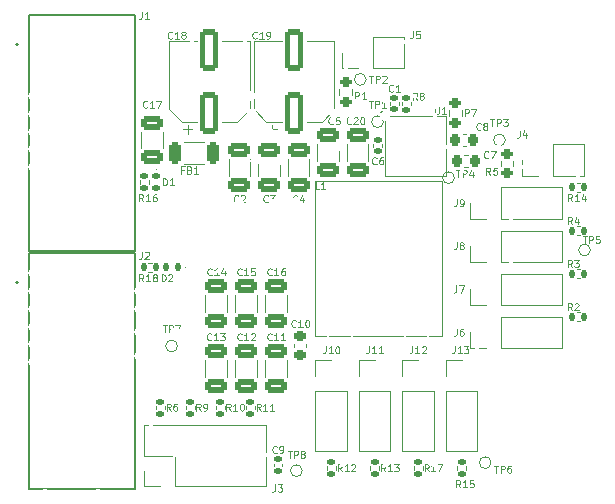
<source format=gto>
%TF.GenerationSoftware,KiCad,Pcbnew,6.0.1-79c1e3a40b~116~ubuntu20.04.1*%
%TF.CreationDate,2022-01-22T21:44:09+01:00*%
%TF.ProjectId,Step_Down_Converter,53746570-5f44-46f7-976e-5f436f6e7665,rev?*%
%TF.SameCoordinates,Original*%
%TF.FileFunction,Legend,Top*%
%TF.FilePolarity,Positive*%
%FSLAX46Y46*%
G04 Gerber Fmt 4.6, Leading zero omitted, Abs format (unit mm)*
G04 Created by KiCad (PCBNEW 6.0.1-79c1e3a40b~116~ubuntu20.04.1) date 2022-01-22 21:44:09*
%MOMM*%
%LPD*%
G01*
G04 APERTURE LIST*
G04 Aperture macros list*
%AMRoundRect*
0 Rectangle with rounded corners*
0 $1 Rounding radius*
0 $2 $3 $4 $5 $6 $7 $8 $9 X,Y pos of 4 corners*
0 Add a 4 corners polygon primitive as box body*
4,1,4,$2,$3,$4,$5,$6,$7,$8,$9,$2,$3,0*
0 Add four circle primitives for the rounded corners*
1,1,$1+$1,$2,$3*
1,1,$1+$1,$4,$5*
1,1,$1+$1,$6,$7*
1,1,$1+$1,$8,$9*
0 Add four rect primitives between the rounded corners*
20,1,$1+$1,$2,$3,$4,$5,0*
20,1,$1+$1,$4,$5,$6,$7,0*
20,1,$1+$1,$6,$7,$8,$9,0*
20,1,$1+$1,$8,$9,$2,$3,0*%
%AMFreePoly0*
4,1,16,2.200035,0.362535,2.200050,0.362500,2.200050,0.087500,2.200035,0.087465,2.200000,0.087450,0.150000,0.087450,0.150000,-0.362500,-0.150000,-0.362500,-0.150000,0.087450,-0.150035,0.087465,-0.150050,0.087500,-0.150050,0.362500,-0.150035,0.362535,-0.150000,0.362550,2.200000,0.362550,2.200035,0.362535,2.200035,0.362535,$1*%
%AMFreePoly1*
4,1,13,0.500035,0.950035,0.500050,0.950000,0.500050,-0.625000,0.500035,-0.625035,0.500000,-0.625050,-0.550000,-0.625050,-0.550035,-0.625035,-0.550050,-0.625000,-0.550050,0.950000,-0.550035,0.950035,-0.550000,0.950050,0.500000,0.950050,0.500035,0.950035,0.500035,0.950035,$1*%
%AMFreePoly2*
4,1,13,0.500035,0.600035,0.500050,0.600000,0.500050,-0.550000,0.500035,-0.550035,0.500000,-0.550050,-0.550000,-0.550050,-0.550035,-0.550035,-0.550050,-0.550000,-0.550050,0.600000,-0.550035,0.600035,-0.550000,0.600050,0.500000,0.600050,0.500035,0.600035,0.500035,0.600035,$1*%
%AMFreePoly3*
4,1,17,0.550035,1.200035,0.550050,1.200000,0.550050,-1.625000,0.550035,-1.625035,0.550000,-1.625050,0.095000,-1.625050,0.094965,-1.625035,0.094950,-1.625000,0.094950,-0.975050,-0.650000,-0.975050,-0.650035,-0.975035,-0.650050,-0.975000,-0.650050,1.200000,-0.650035,1.200035,-0.650000,1.200050,0.550000,1.200050,0.550035,1.200035,0.550035,1.200035,$1*%
G04 Aperture macros list end*
%ADD10C,0.070000*%
%ADD11C,0.120000*%
%ADD12C,0.100000*%
%ADD13C,0.050000*%
%ADD14C,0.127000*%
%ADD15C,0.200000*%
%ADD16C,0.010000*%
%ADD17C,0.000100*%
%ADD18R,1.700000X1.700000*%
%ADD19O,1.700000X1.700000*%
%ADD20RoundRect,0.200000X0.275000X-0.200000X0.275000X0.200000X-0.275000X0.200000X-0.275000X-0.200000X0*%
%ADD21RoundRect,0.135000X-0.135000X-0.185000X0.135000X-0.185000X0.135000X0.185000X-0.135000X0.185000X0*%
%ADD22RoundRect,0.250000X-0.650000X0.325000X-0.650000X-0.325000X0.650000X-0.325000X0.650000X0.325000X0*%
%ADD23RoundRect,0.135000X-0.185000X0.135000X-0.185000X-0.135000X0.185000X-0.135000X0.185000X0.135000X0*%
%ADD24C,6.400000*%
%ADD25RoundRect,0.147500X0.147500X0.172500X-0.147500X0.172500X-0.147500X-0.172500X0.147500X-0.172500X0*%
%ADD26RoundRect,0.135000X0.185000X-0.135000X0.185000X0.135000X-0.185000X0.135000X-0.185000X-0.135000X0*%
%ADD27C,0.500000*%
%ADD28RoundRect,0.250000X0.550000X-1.500000X0.550000X1.500000X-0.550000X1.500000X-0.550000X-1.500000X0*%
%ADD29RoundRect,0.135000X0.135000X0.185000X-0.135000X0.185000X-0.135000X-0.185000X0.135000X-0.185000X0*%
%ADD30C,1.000000*%
%ADD31RoundRect,0.250000X0.650000X-0.325000X0.650000X0.325000X-0.650000X0.325000X-0.650000X-0.325000X0*%
%ADD32RoundRect,0.140000X0.170000X-0.140000X0.170000X0.140000X-0.170000X0.140000X-0.170000X-0.140000X0*%
%ADD33R,3.251000X3.124000*%
%ADD34RoundRect,0.140000X-0.170000X0.140000X-0.170000X-0.140000X0.170000X-0.140000X0.170000X0.140000X0*%
%ADD35RoundRect,0.225000X-0.250000X0.225000X-0.250000X-0.225000X0.250000X-0.225000X0.250000X0.225000X0*%
%ADD36R,1.950000X1.950000*%
%ADD37C,1.950000*%
%ADD38R,0.550000X0.300000*%
%ADD39FreePoly0,0.000000*%
%ADD40R,0.300000X0.725000*%
%ADD41R,0.300000X0.730000*%
%ADD42R,0.725000X0.300000*%
%ADD43FreePoly1,90.000000*%
%ADD44FreePoly2,90.000000*%
%ADD45FreePoly3,90.000000*%
%ADD46R,0.580000X0.380000*%
%ADD47RoundRect,0.225000X-0.225000X-0.250000X0.225000X-0.250000X0.225000X0.250000X-0.225000X0.250000X0*%
%ADD48RoundRect,0.147500X-0.172500X0.147500X-0.172500X-0.147500X0.172500X-0.147500X0.172500X0.147500X0*%
%ADD49RoundRect,0.250000X-0.275000X-0.700000X0.275000X-0.700000X0.275000X0.700000X-0.275000X0.700000X0*%
%ADD50C,0.400000*%
%ADD51C,0.800000*%
G04 APERTURE END LIST*
D10*
X197200000Y-108496428D02*
X197200000Y-108925000D01*
X197171428Y-109010714D01*
X197114285Y-109067857D01*
X197028571Y-109096428D01*
X196971428Y-109096428D01*
X197771428Y-108496428D02*
X197485714Y-108496428D01*
X197457142Y-108782142D01*
X197485714Y-108753571D01*
X197542857Y-108725000D01*
X197685714Y-108725000D01*
X197742857Y-108753571D01*
X197771428Y-108782142D01*
X197800000Y-108839285D01*
X197800000Y-108982142D01*
X197771428Y-109039285D01*
X197742857Y-109067857D01*
X197685714Y-109096428D01*
X197542857Y-109096428D01*
X197485714Y-109067857D01*
X197457142Y-109039285D01*
X201925000Y-115671428D02*
X201725000Y-115385714D01*
X201582142Y-115671428D02*
X201582142Y-115071428D01*
X201810714Y-115071428D01*
X201867857Y-115100000D01*
X201896428Y-115128571D01*
X201925000Y-115185714D01*
X201925000Y-115271428D01*
X201896428Y-115328571D01*
X201867857Y-115357142D01*
X201810714Y-115385714D01*
X201582142Y-115385714D01*
X202125000Y-115071428D02*
X202525000Y-115071428D01*
X202267857Y-115671428D01*
X174364285Y-129671428D02*
X174164285Y-129385714D01*
X174021428Y-129671428D02*
X174021428Y-129071428D01*
X174250000Y-129071428D01*
X174307142Y-129100000D01*
X174335714Y-129128571D01*
X174364285Y-129185714D01*
X174364285Y-129271428D01*
X174335714Y-129328571D01*
X174307142Y-129357142D01*
X174250000Y-129385714D01*
X174021428Y-129385714D01*
X174935714Y-129671428D02*
X174592857Y-129671428D01*
X174764285Y-129671428D02*
X174764285Y-129071428D01*
X174707142Y-129157142D01*
X174650000Y-129214285D01*
X174592857Y-129242857D01*
X175278571Y-129328571D02*
X175221428Y-129300000D01*
X175192857Y-129271428D01*
X175164285Y-129214285D01*
X175164285Y-129185714D01*
X175192857Y-129128571D01*
X175221428Y-129100000D01*
X175278571Y-129071428D01*
X175392857Y-129071428D01*
X175450000Y-129100000D01*
X175478571Y-129128571D01*
X175507142Y-129185714D01*
X175507142Y-129214285D01*
X175478571Y-129271428D01*
X175450000Y-129300000D01*
X175392857Y-129328571D01*
X175278571Y-129328571D01*
X175221428Y-129357142D01*
X175192857Y-129385714D01*
X175164285Y-129442857D01*
X175164285Y-129557142D01*
X175192857Y-129614285D01*
X175221428Y-129642857D01*
X175278571Y-129671428D01*
X175392857Y-129671428D01*
X175450000Y-129642857D01*
X175478571Y-129614285D01*
X175507142Y-129557142D01*
X175507142Y-129442857D01*
X175478571Y-129385714D01*
X175450000Y-129357142D01*
X175392857Y-129328571D01*
X184900000Y-122914285D02*
X184871428Y-122942857D01*
X184785714Y-122971428D01*
X184728571Y-122971428D01*
X184642857Y-122942857D01*
X184585714Y-122885714D01*
X184557142Y-122828571D01*
X184528571Y-122714285D01*
X184528571Y-122628571D01*
X184557142Y-122514285D01*
X184585714Y-122457142D01*
X184642857Y-122400000D01*
X184728571Y-122371428D01*
X184785714Y-122371428D01*
X184871428Y-122400000D01*
X184900000Y-122428571D01*
X185100000Y-122371428D02*
X185471428Y-122371428D01*
X185271428Y-122600000D01*
X185357142Y-122600000D01*
X185414285Y-122628571D01*
X185442857Y-122657142D01*
X185471428Y-122714285D01*
X185471428Y-122857142D01*
X185442857Y-122914285D01*
X185414285Y-122942857D01*
X185357142Y-122971428D01*
X185185714Y-122971428D01*
X185128571Y-122942857D01*
X185100000Y-122914285D01*
X174339285Y-122896428D02*
X174139285Y-122610714D01*
X173996428Y-122896428D02*
X173996428Y-122296428D01*
X174225000Y-122296428D01*
X174282142Y-122325000D01*
X174310714Y-122353571D01*
X174339285Y-122410714D01*
X174339285Y-122496428D01*
X174310714Y-122553571D01*
X174282142Y-122582142D01*
X174225000Y-122610714D01*
X173996428Y-122610714D01*
X174910714Y-122896428D02*
X174567857Y-122896428D01*
X174739285Y-122896428D02*
X174739285Y-122296428D01*
X174682142Y-122382142D01*
X174625000Y-122439285D01*
X174567857Y-122467857D01*
X175425000Y-122296428D02*
X175310714Y-122296428D01*
X175253571Y-122325000D01*
X175225000Y-122353571D01*
X175167857Y-122439285D01*
X175139285Y-122553571D01*
X175139285Y-122782142D01*
X175167857Y-122839285D01*
X175196428Y-122867857D01*
X175253571Y-122896428D01*
X175367857Y-122896428D01*
X175425000Y-122867857D01*
X175453571Y-122839285D01*
X175482142Y-122782142D01*
X175482142Y-122639285D01*
X175453571Y-122582142D01*
X175425000Y-122553571D01*
X175367857Y-122525000D01*
X175253571Y-122525000D01*
X175196428Y-122553571D01*
X175167857Y-122582142D01*
X175139285Y-122639285D01*
X191939285Y-116314285D02*
X191910714Y-116342857D01*
X191825000Y-116371428D01*
X191767857Y-116371428D01*
X191682142Y-116342857D01*
X191625000Y-116285714D01*
X191596428Y-116228571D01*
X191567857Y-116114285D01*
X191567857Y-116028571D01*
X191596428Y-115914285D01*
X191625000Y-115857142D01*
X191682142Y-115800000D01*
X191767857Y-115771428D01*
X191825000Y-115771428D01*
X191910714Y-115800000D01*
X191939285Y-115828571D01*
X192167857Y-115828571D02*
X192196428Y-115800000D01*
X192253571Y-115771428D01*
X192396428Y-115771428D01*
X192453571Y-115800000D01*
X192482142Y-115828571D01*
X192510714Y-115885714D01*
X192510714Y-115942857D01*
X192482142Y-116028571D01*
X192139285Y-116371428D01*
X192510714Y-116371428D01*
X192882142Y-115771428D02*
X192939285Y-115771428D01*
X192996428Y-115800000D01*
X193025000Y-115828571D01*
X193053571Y-115885714D01*
X193082142Y-116000000D01*
X193082142Y-116142857D01*
X193053571Y-116257142D01*
X193025000Y-116314285D01*
X192996428Y-116342857D01*
X192939285Y-116371428D01*
X192882142Y-116371428D01*
X192825000Y-116342857D01*
X192796428Y-116314285D01*
X192767857Y-116257142D01*
X192739285Y-116142857D01*
X192739285Y-116000000D01*
X192767857Y-115885714D01*
X192796428Y-115828571D01*
X192825000Y-115800000D01*
X192882142Y-115771428D01*
X175907142Y-129671428D02*
X175907142Y-129071428D01*
X176050000Y-129071428D01*
X176135714Y-129100000D01*
X176192857Y-129157142D01*
X176221428Y-129214285D01*
X176250000Y-129328571D01*
X176250000Y-129414285D01*
X176221428Y-129528571D01*
X176192857Y-129585714D01*
X176135714Y-129642857D01*
X176050000Y-129671428D01*
X175907142Y-129671428D01*
X176478571Y-129128571D02*
X176507142Y-129100000D01*
X176564285Y-129071428D01*
X176707142Y-129071428D01*
X176764285Y-129100000D01*
X176792857Y-129128571D01*
X176821428Y-129185714D01*
X176821428Y-129242857D01*
X176792857Y-129328571D01*
X176450000Y-129671428D01*
X176821428Y-129671428D01*
X194839285Y-145771428D02*
X194639285Y-145485714D01*
X194496428Y-145771428D02*
X194496428Y-145171428D01*
X194725000Y-145171428D01*
X194782142Y-145200000D01*
X194810714Y-145228571D01*
X194839285Y-145285714D01*
X194839285Y-145371428D01*
X194810714Y-145428571D01*
X194782142Y-145457142D01*
X194725000Y-145485714D01*
X194496428Y-145485714D01*
X195410714Y-145771428D02*
X195067857Y-145771428D01*
X195239285Y-145771428D02*
X195239285Y-145171428D01*
X195182142Y-145257142D01*
X195125000Y-145314285D01*
X195067857Y-145342857D01*
X195610714Y-145171428D02*
X195982142Y-145171428D01*
X195782142Y-145400000D01*
X195867857Y-145400000D01*
X195925000Y-145428571D01*
X195953571Y-145457142D01*
X195982142Y-145514285D01*
X195982142Y-145657142D01*
X195953571Y-145714285D01*
X195925000Y-145742857D01*
X195867857Y-145771428D01*
X195696428Y-145771428D01*
X195639285Y-145742857D01*
X195610714Y-145714285D01*
X175992857Y-133373428D02*
X176335714Y-133373428D01*
X176164285Y-133973428D02*
X176164285Y-133373428D01*
X176535714Y-133973428D02*
X176535714Y-133373428D01*
X176764285Y-133373428D01*
X176821428Y-133402000D01*
X176850000Y-133430571D01*
X176878571Y-133487714D01*
X176878571Y-133573428D01*
X176850000Y-133630571D01*
X176821428Y-133659142D01*
X176764285Y-133687714D01*
X176535714Y-133687714D01*
X177078571Y-133373428D02*
X177478571Y-133373428D01*
X177221428Y-133973428D01*
X200860000Y-130021428D02*
X200860000Y-130450000D01*
X200831428Y-130535714D01*
X200774285Y-130592857D01*
X200688571Y-130621428D01*
X200631428Y-130621428D01*
X201088571Y-130021428D02*
X201488571Y-130021428D01*
X201231428Y-130621428D01*
X183964285Y-109064285D02*
X183935714Y-109092857D01*
X183850000Y-109121428D01*
X183792857Y-109121428D01*
X183707142Y-109092857D01*
X183650000Y-109035714D01*
X183621428Y-108978571D01*
X183592857Y-108864285D01*
X183592857Y-108778571D01*
X183621428Y-108664285D01*
X183650000Y-108607142D01*
X183707142Y-108550000D01*
X183792857Y-108521428D01*
X183850000Y-108521428D01*
X183935714Y-108550000D01*
X183964285Y-108578571D01*
X184535714Y-109121428D02*
X184192857Y-109121428D01*
X184364285Y-109121428D02*
X184364285Y-108521428D01*
X184307142Y-108607142D01*
X184250000Y-108664285D01*
X184192857Y-108692857D01*
X184821428Y-109121428D02*
X184935714Y-109121428D01*
X184992857Y-109092857D01*
X185021428Y-109064285D01*
X185078571Y-108978571D01*
X185107142Y-108864285D01*
X185107142Y-108635714D01*
X185078571Y-108578571D01*
X185050000Y-108550000D01*
X184992857Y-108521428D01*
X184878571Y-108521428D01*
X184821428Y-108550000D01*
X184792857Y-108578571D01*
X184764285Y-108635714D01*
X184764285Y-108778571D01*
X184792857Y-108835714D01*
X184821428Y-108864285D01*
X184878571Y-108892857D01*
X184992857Y-108892857D01*
X185050000Y-108864285D01*
X185078571Y-108835714D01*
X185107142Y-108778571D01*
X197525000Y-114296428D02*
X197325000Y-114010714D01*
X197182142Y-114296428D02*
X197182142Y-113696428D01*
X197410714Y-113696428D01*
X197467857Y-113725000D01*
X197496428Y-113753571D01*
X197525000Y-113810714D01*
X197525000Y-113896428D01*
X197496428Y-113953571D01*
X197467857Y-113982142D01*
X197410714Y-114010714D01*
X197182142Y-114010714D01*
X197867857Y-113953571D02*
X197810714Y-113925000D01*
X197782142Y-113896428D01*
X197753571Y-113839285D01*
X197753571Y-113810714D01*
X197782142Y-113753571D01*
X197810714Y-113725000D01*
X197867857Y-113696428D01*
X197982142Y-113696428D01*
X198039285Y-113725000D01*
X198067857Y-113753571D01*
X198096428Y-113810714D01*
X198096428Y-113839285D01*
X198067857Y-113896428D01*
X198039285Y-113925000D01*
X197982142Y-113953571D01*
X197867857Y-113953571D01*
X197810714Y-113982142D01*
X197782142Y-114010714D01*
X197753571Y-114067857D01*
X197753571Y-114182142D01*
X197782142Y-114239285D01*
X197810714Y-114267857D01*
X197867857Y-114296428D01*
X197982142Y-114296428D01*
X198039285Y-114267857D01*
X198067857Y-114239285D01*
X198096428Y-114182142D01*
X198096428Y-114067857D01*
X198067857Y-114010714D01*
X198039285Y-113982142D01*
X197982142Y-113953571D01*
X191164285Y-145771428D02*
X190964285Y-145485714D01*
X190821428Y-145771428D02*
X190821428Y-145171428D01*
X191050000Y-145171428D01*
X191107142Y-145200000D01*
X191135714Y-145228571D01*
X191164285Y-145285714D01*
X191164285Y-145371428D01*
X191135714Y-145428571D01*
X191107142Y-145457142D01*
X191050000Y-145485714D01*
X190821428Y-145485714D01*
X191735714Y-145771428D02*
X191392857Y-145771428D01*
X191564285Y-145771428D02*
X191564285Y-145171428D01*
X191507142Y-145257142D01*
X191450000Y-145314285D01*
X191392857Y-145342857D01*
X191964285Y-145228571D02*
X191992857Y-145200000D01*
X192050000Y-145171428D01*
X192192857Y-145171428D01*
X192250000Y-145200000D01*
X192278571Y-145228571D01*
X192307142Y-145285714D01*
X192307142Y-145342857D01*
X192278571Y-145428571D01*
X191935714Y-145771428D01*
X192307142Y-145771428D01*
X193464285Y-135171428D02*
X193464285Y-135600000D01*
X193435714Y-135685714D01*
X193378571Y-135742857D01*
X193292857Y-135771428D01*
X193235714Y-135771428D01*
X194064285Y-135771428D02*
X193721428Y-135771428D01*
X193892857Y-135771428D02*
X193892857Y-135171428D01*
X193835714Y-135257142D01*
X193778571Y-135314285D01*
X193721428Y-135342857D01*
X194635714Y-135771428D02*
X194292857Y-135771428D01*
X194464285Y-135771428D02*
X194464285Y-135171428D01*
X194407142Y-135257142D01*
X194350000Y-135314285D01*
X194292857Y-135342857D01*
X210650000Y-132121428D02*
X210450000Y-131835714D01*
X210307142Y-132121428D02*
X210307142Y-131521428D01*
X210535714Y-131521428D01*
X210592857Y-131550000D01*
X210621428Y-131578571D01*
X210650000Y-131635714D01*
X210650000Y-131721428D01*
X210621428Y-131778571D01*
X210592857Y-131807142D01*
X210535714Y-131835714D01*
X210307142Y-131835714D01*
X210878571Y-131578571D02*
X210907142Y-131550000D01*
X210964285Y-131521428D01*
X211107142Y-131521428D01*
X211164285Y-131550000D01*
X211192857Y-131578571D01*
X211221428Y-131635714D01*
X211221428Y-131692857D01*
X211192857Y-131778571D01*
X210850000Y-132121428D01*
X211221428Y-132121428D01*
X180154285Y-129114285D02*
X180125714Y-129142857D01*
X180040000Y-129171428D01*
X179982857Y-129171428D01*
X179897142Y-129142857D01*
X179840000Y-129085714D01*
X179811428Y-129028571D01*
X179782857Y-128914285D01*
X179782857Y-128828571D01*
X179811428Y-128714285D01*
X179840000Y-128657142D01*
X179897142Y-128600000D01*
X179982857Y-128571428D01*
X180040000Y-128571428D01*
X180125714Y-128600000D01*
X180154285Y-128628571D01*
X180725714Y-129171428D02*
X180382857Y-129171428D01*
X180554285Y-129171428D02*
X180554285Y-128571428D01*
X180497142Y-128657142D01*
X180440000Y-128714285D01*
X180382857Y-128742857D01*
X181240000Y-128771428D02*
X181240000Y-129171428D01*
X181097142Y-128542857D02*
X180954285Y-128971428D01*
X181325714Y-128971428D01*
X195500000Y-113564285D02*
X195471428Y-113592857D01*
X195385714Y-113621428D01*
X195328571Y-113621428D01*
X195242857Y-113592857D01*
X195185714Y-113535714D01*
X195157142Y-113478571D01*
X195128571Y-113364285D01*
X195128571Y-113278571D01*
X195157142Y-113164285D01*
X195185714Y-113107142D01*
X195242857Y-113050000D01*
X195328571Y-113021428D01*
X195385714Y-113021428D01*
X195471428Y-113050000D01*
X195500000Y-113078571D01*
X196071428Y-113621428D02*
X195728571Y-113621428D01*
X195900000Y-113621428D02*
X195900000Y-113021428D01*
X195842857Y-113107142D01*
X195785714Y-113164285D01*
X195728571Y-113192857D01*
X176675000Y-140621428D02*
X176475000Y-140335714D01*
X176332142Y-140621428D02*
X176332142Y-140021428D01*
X176560714Y-140021428D01*
X176617857Y-140050000D01*
X176646428Y-140078571D01*
X176675000Y-140135714D01*
X176675000Y-140221428D01*
X176646428Y-140278571D01*
X176617857Y-140307142D01*
X176560714Y-140335714D01*
X176332142Y-140335714D01*
X177189285Y-140021428D02*
X177075000Y-140021428D01*
X177017857Y-140050000D01*
X176989285Y-140078571D01*
X176932142Y-140164285D01*
X176903571Y-140278571D01*
X176903571Y-140507142D01*
X176932142Y-140564285D01*
X176960714Y-140592857D01*
X177017857Y-140621428D01*
X177132142Y-140621428D01*
X177189285Y-140592857D01*
X177217857Y-140564285D01*
X177246428Y-140507142D01*
X177246428Y-140364285D01*
X177217857Y-140307142D01*
X177189285Y-140278571D01*
X177132142Y-140250000D01*
X177017857Y-140250000D01*
X176960714Y-140278571D01*
X176932142Y-140307142D01*
X176903571Y-140364285D01*
X203750000Y-120646428D02*
X203550000Y-120360714D01*
X203407142Y-120646428D02*
X203407142Y-120046428D01*
X203635714Y-120046428D01*
X203692857Y-120075000D01*
X203721428Y-120103571D01*
X203750000Y-120160714D01*
X203750000Y-120246428D01*
X203721428Y-120303571D01*
X203692857Y-120332142D01*
X203635714Y-120360714D01*
X203407142Y-120360714D01*
X204292857Y-120046428D02*
X204007142Y-120046428D01*
X203978571Y-120332142D01*
X204007142Y-120303571D01*
X204064285Y-120275000D01*
X204207142Y-120275000D01*
X204264285Y-120303571D01*
X204292857Y-120332142D01*
X204321428Y-120389285D01*
X204321428Y-120532142D01*
X204292857Y-120589285D01*
X204264285Y-120617857D01*
X204207142Y-120646428D01*
X204064285Y-120646428D01*
X204007142Y-120617857D01*
X203978571Y-120589285D01*
X200875000Y-133671428D02*
X200875000Y-134100000D01*
X200846428Y-134185714D01*
X200789285Y-134242857D01*
X200703571Y-134271428D01*
X200646428Y-134271428D01*
X201417857Y-133671428D02*
X201303571Y-133671428D01*
X201246428Y-133700000D01*
X201217857Y-133728571D01*
X201160714Y-133814285D01*
X201132142Y-133928571D01*
X201132142Y-134157142D01*
X201160714Y-134214285D01*
X201189285Y-134242857D01*
X201246428Y-134271428D01*
X201360714Y-134271428D01*
X201417857Y-134242857D01*
X201446428Y-134214285D01*
X201475000Y-134157142D01*
X201475000Y-134014285D01*
X201446428Y-133957142D01*
X201417857Y-133928571D01*
X201360714Y-133900000D01*
X201246428Y-133900000D01*
X201189285Y-133928571D01*
X201160714Y-133957142D01*
X201132142Y-134014285D01*
X182679285Y-129114285D02*
X182650714Y-129142857D01*
X182565000Y-129171428D01*
X182507857Y-129171428D01*
X182422142Y-129142857D01*
X182365000Y-129085714D01*
X182336428Y-129028571D01*
X182307857Y-128914285D01*
X182307857Y-128828571D01*
X182336428Y-128714285D01*
X182365000Y-128657142D01*
X182422142Y-128600000D01*
X182507857Y-128571428D01*
X182565000Y-128571428D01*
X182650714Y-128600000D01*
X182679285Y-128628571D01*
X183250714Y-129171428D02*
X182907857Y-129171428D01*
X183079285Y-129171428D02*
X183079285Y-128571428D01*
X183022142Y-128657142D01*
X182965000Y-128714285D01*
X182907857Y-128742857D01*
X183793571Y-128571428D02*
X183507857Y-128571428D01*
X183479285Y-128857142D01*
X183507857Y-128828571D01*
X183565000Y-128800000D01*
X183707857Y-128800000D01*
X183765000Y-128828571D01*
X183793571Y-128857142D01*
X183822142Y-128914285D01*
X183822142Y-129057142D01*
X183793571Y-129114285D01*
X183765000Y-129142857D01*
X183707857Y-129171428D01*
X183565000Y-129171428D01*
X183507857Y-129142857D01*
X183479285Y-129114285D01*
X189225000Y-121896428D02*
X188939285Y-121896428D01*
X188939285Y-121296428D01*
X189739285Y-121896428D02*
X189396428Y-121896428D01*
X189567857Y-121896428D02*
X189567857Y-121296428D01*
X189510714Y-121382142D01*
X189453571Y-121439285D01*
X189396428Y-121467857D01*
X181739285Y-140621428D02*
X181539285Y-140335714D01*
X181396428Y-140621428D02*
X181396428Y-140021428D01*
X181625000Y-140021428D01*
X181682142Y-140050000D01*
X181710714Y-140078571D01*
X181739285Y-140135714D01*
X181739285Y-140221428D01*
X181710714Y-140278571D01*
X181682142Y-140307142D01*
X181625000Y-140335714D01*
X181396428Y-140335714D01*
X182310714Y-140621428D02*
X181967857Y-140621428D01*
X182139285Y-140621428D02*
X182139285Y-140021428D01*
X182082142Y-140107142D01*
X182025000Y-140164285D01*
X181967857Y-140192857D01*
X182682142Y-140021428D02*
X182739285Y-140021428D01*
X182796428Y-140050000D01*
X182825000Y-140078571D01*
X182853571Y-140135714D01*
X182882142Y-140250000D01*
X182882142Y-140392857D01*
X182853571Y-140507142D01*
X182825000Y-140564285D01*
X182796428Y-140592857D01*
X182739285Y-140621428D01*
X182682142Y-140621428D01*
X182625000Y-140592857D01*
X182596428Y-140564285D01*
X182567857Y-140507142D01*
X182539285Y-140392857D01*
X182539285Y-140250000D01*
X182567857Y-140135714D01*
X182596428Y-140078571D01*
X182625000Y-140050000D01*
X182682142Y-140021428D01*
X200875000Y-122715428D02*
X200875000Y-123144000D01*
X200846428Y-123229714D01*
X200789285Y-123286857D01*
X200703571Y-123315428D01*
X200646428Y-123315428D01*
X201189285Y-123315428D02*
X201303571Y-123315428D01*
X201360714Y-123286857D01*
X201389285Y-123258285D01*
X201446428Y-123172571D01*
X201475000Y-123058285D01*
X201475000Y-122829714D01*
X201446428Y-122772571D01*
X201417857Y-122744000D01*
X201360714Y-122715428D01*
X201246428Y-122715428D01*
X201189285Y-122744000D01*
X201160714Y-122772571D01*
X201132142Y-122829714D01*
X201132142Y-122972571D01*
X201160714Y-123029714D01*
X201189285Y-123058285D01*
X201246428Y-123086857D01*
X201360714Y-123086857D01*
X201417857Y-123058285D01*
X201446428Y-123029714D01*
X201475000Y-122972571D01*
X182689285Y-134614285D02*
X182660714Y-134642857D01*
X182575000Y-134671428D01*
X182517857Y-134671428D01*
X182432142Y-134642857D01*
X182375000Y-134585714D01*
X182346428Y-134528571D01*
X182317857Y-134414285D01*
X182317857Y-134328571D01*
X182346428Y-134214285D01*
X182375000Y-134157142D01*
X182432142Y-134100000D01*
X182517857Y-134071428D01*
X182575000Y-134071428D01*
X182660714Y-134100000D01*
X182689285Y-134128571D01*
X183260714Y-134671428D02*
X182917857Y-134671428D01*
X183089285Y-134671428D02*
X183089285Y-134071428D01*
X183032142Y-134157142D01*
X182975000Y-134214285D01*
X182917857Y-134242857D01*
X183489285Y-134128571D02*
X183517857Y-134100000D01*
X183575000Y-134071428D01*
X183717857Y-134071428D01*
X183775000Y-134100000D01*
X183803571Y-134128571D01*
X183832142Y-134185714D01*
X183832142Y-134242857D01*
X183803571Y-134328571D01*
X183460714Y-134671428D01*
X183832142Y-134671428D01*
X198514285Y-145771428D02*
X198314285Y-145485714D01*
X198171428Y-145771428D02*
X198171428Y-145171428D01*
X198400000Y-145171428D01*
X198457142Y-145200000D01*
X198485714Y-145228571D01*
X198514285Y-145285714D01*
X198514285Y-145371428D01*
X198485714Y-145428571D01*
X198457142Y-145457142D01*
X198400000Y-145485714D01*
X198171428Y-145485714D01*
X199085714Y-145771428D02*
X198742857Y-145771428D01*
X198914285Y-145771428D02*
X198914285Y-145171428D01*
X198857142Y-145257142D01*
X198800000Y-145314285D01*
X198742857Y-145342857D01*
X199285714Y-145171428D02*
X199685714Y-145171428D01*
X199428571Y-145771428D01*
X187400000Y-122939285D02*
X187371428Y-122967857D01*
X187285714Y-122996428D01*
X187228571Y-122996428D01*
X187142857Y-122967857D01*
X187085714Y-122910714D01*
X187057142Y-122853571D01*
X187028571Y-122739285D01*
X187028571Y-122653571D01*
X187057142Y-122539285D01*
X187085714Y-122482142D01*
X187142857Y-122425000D01*
X187228571Y-122396428D01*
X187285714Y-122396428D01*
X187371428Y-122425000D01*
X187400000Y-122453571D01*
X187914285Y-122596428D02*
X187914285Y-122996428D01*
X187771428Y-122367857D02*
X187628571Y-122796428D01*
X188000000Y-122796428D01*
X200714285Y-135171428D02*
X200714285Y-135600000D01*
X200685714Y-135685714D01*
X200628571Y-135742857D01*
X200542857Y-135771428D01*
X200485714Y-135771428D01*
X201314285Y-135771428D02*
X200971428Y-135771428D01*
X201142857Y-135771428D02*
X201142857Y-135171428D01*
X201085714Y-135257142D01*
X201028571Y-135314285D01*
X200971428Y-135342857D01*
X201514285Y-135171428D02*
X201885714Y-135171428D01*
X201685714Y-135400000D01*
X201771428Y-135400000D01*
X201828571Y-135428571D01*
X201857142Y-135457142D01*
X201885714Y-135514285D01*
X201885714Y-135657142D01*
X201857142Y-135714285D01*
X201828571Y-135742857D01*
X201771428Y-135771428D01*
X201600000Y-135771428D01*
X201542857Y-135742857D01*
X201514285Y-135714285D01*
X192625000Y-114246428D02*
X192425000Y-113960714D01*
X192282142Y-114246428D02*
X192282142Y-113646428D01*
X192510714Y-113646428D01*
X192567857Y-113675000D01*
X192596428Y-113703571D01*
X192625000Y-113760714D01*
X192625000Y-113846428D01*
X192596428Y-113903571D01*
X192567857Y-113932142D01*
X192510714Y-113960714D01*
X192282142Y-113960714D01*
X193196428Y-114246428D02*
X192853571Y-114246428D01*
X193025000Y-114246428D02*
X193025000Y-113646428D01*
X192967857Y-113732142D01*
X192910714Y-113789285D01*
X192853571Y-113817857D01*
X184289285Y-140621428D02*
X184089285Y-140335714D01*
X183946428Y-140621428D02*
X183946428Y-140021428D01*
X184175000Y-140021428D01*
X184232142Y-140050000D01*
X184260714Y-140078571D01*
X184289285Y-140135714D01*
X184289285Y-140221428D01*
X184260714Y-140278571D01*
X184232142Y-140307142D01*
X184175000Y-140335714D01*
X183946428Y-140335714D01*
X184860714Y-140621428D02*
X184517857Y-140621428D01*
X184689285Y-140621428D02*
X184689285Y-140021428D01*
X184632142Y-140107142D01*
X184575000Y-140164285D01*
X184517857Y-140192857D01*
X185432142Y-140621428D02*
X185089285Y-140621428D01*
X185260714Y-140621428D02*
X185260714Y-140021428D01*
X185203571Y-140107142D01*
X185146428Y-140164285D01*
X185089285Y-140192857D01*
X174689285Y-114914285D02*
X174660714Y-114942857D01*
X174575000Y-114971428D01*
X174517857Y-114971428D01*
X174432142Y-114942857D01*
X174375000Y-114885714D01*
X174346428Y-114828571D01*
X174317857Y-114714285D01*
X174317857Y-114628571D01*
X174346428Y-114514285D01*
X174375000Y-114457142D01*
X174432142Y-114400000D01*
X174517857Y-114371428D01*
X174575000Y-114371428D01*
X174660714Y-114400000D01*
X174689285Y-114428571D01*
X175260714Y-114971428D02*
X174917857Y-114971428D01*
X175089285Y-114971428D02*
X175089285Y-114371428D01*
X175032142Y-114457142D01*
X174975000Y-114514285D01*
X174917857Y-114542857D01*
X175460714Y-114371428D02*
X175860714Y-114371428D01*
X175603571Y-114971428D01*
X203742857Y-115923428D02*
X204085714Y-115923428D01*
X203914285Y-116523428D02*
X203914285Y-115923428D01*
X204285714Y-116523428D02*
X204285714Y-115923428D01*
X204514285Y-115923428D01*
X204571428Y-115952000D01*
X204600000Y-115980571D01*
X204628571Y-116037714D01*
X204628571Y-116123428D01*
X204600000Y-116180571D01*
X204571428Y-116209142D01*
X204514285Y-116237714D01*
X204285714Y-116237714D01*
X204828571Y-115923428D02*
X205200000Y-115923428D01*
X205000000Y-116152000D01*
X205085714Y-116152000D01*
X205142857Y-116180571D01*
X205171428Y-116209142D01*
X205200000Y-116266285D01*
X205200000Y-116409142D01*
X205171428Y-116466285D01*
X205142857Y-116494857D01*
X205085714Y-116523428D01*
X204914285Y-116523428D01*
X204857142Y-116494857D01*
X204828571Y-116466285D01*
X200875000Y-126371428D02*
X200875000Y-126800000D01*
X200846428Y-126885714D01*
X200789285Y-126942857D01*
X200703571Y-126971428D01*
X200646428Y-126971428D01*
X201246428Y-126628571D02*
X201189285Y-126600000D01*
X201160714Y-126571428D01*
X201132142Y-126514285D01*
X201132142Y-126485714D01*
X201160714Y-126428571D01*
X201189285Y-126400000D01*
X201246428Y-126371428D01*
X201360714Y-126371428D01*
X201417857Y-126400000D01*
X201446428Y-126428571D01*
X201475000Y-126485714D01*
X201475000Y-126514285D01*
X201446428Y-126571428D01*
X201417857Y-126600000D01*
X201360714Y-126628571D01*
X201246428Y-126628571D01*
X201189285Y-126657142D01*
X201160714Y-126685714D01*
X201132142Y-126742857D01*
X201132142Y-126857142D01*
X201160714Y-126914285D01*
X201189285Y-126942857D01*
X201246428Y-126971428D01*
X201360714Y-126971428D01*
X201417857Y-126942857D01*
X201446428Y-126914285D01*
X201475000Y-126857142D01*
X201475000Y-126742857D01*
X201446428Y-126685714D01*
X201417857Y-126657142D01*
X201360714Y-126628571D01*
X185214285Y-134614285D02*
X185185714Y-134642857D01*
X185100000Y-134671428D01*
X185042857Y-134671428D01*
X184957142Y-134642857D01*
X184900000Y-134585714D01*
X184871428Y-134528571D01*
X184842857Y-134414285D01*
X184842857Y-134328571D01*
X184871428Y-134214285D01*
X184900000Y-134157142D01*
X184957142Y-134100000D01*
X185042857Y-134071428D01*
X185100000Y-134071428D01*
X185185714Y-134100000D01*
X185214285Y-134128571D01*
X185785714Y-134671428D02*
X185442857Y-134671428D01*
X185614285Y-134671428D02*
X185614285Y-134071428D01*
X185557142Y-134157142D01*
X185500000Y-134214285D01*
X185442857Y-134242857D01*
X186357142Y-134671428D02*
X186014285Y-134671428D01*
X186185714Y-134671428D02*
X186185714Y-134071428D01*
X186128571Y-134157142D01*
X186071428Y-134214285D01*
X186014285Y-134242857D01*
X185650000Y-144164285D02*
X185621428Y-144192857D01*
X185535714Y-144221428D01*
X185478571Y-144221428D01*
X185392857Y-144192857D01*
X185335714Y-144135714D01*
X185307142Y-144078571D01*
X185278571Y-143964285D01*
X185278571Y-143878571D01*
X185307142Y-143764285D01*
X185335714Y-143707142D01*
X185392857Y-143650000D01*
X185478571Y-143621428D01*
X185535714Y-143621428D01*
X185621428Y-143650000D01*
X185650000Y-143678571D01*
X185935714Y-144221428D02*
X186050000Y-144221428D01*
X186107142Y-144192857D01*
X186135714Y-144164285D01*
X186192857Y-144078571D01*
X186221428Y-143964285D01*
X186221428Y-143735714D01*
X186192857Y-143678571D01*
X186164285Y-143650000D01*
X186107142Y-143621428D01*
X185992857Y-143621428D01*
X185935714Y-143650000D01*
X185907142Y-143678571D01*
X185878571Y-143735714D01*
X185878571Y-143878571D01*
X185907142Y-143935714D01*
X185935714Y-143964285D01*
X185992857Y-143992857D01*
X186107142Y-143992857D01*
X186164285Y-143964285D01*
X186192857Y-143935714D01*
X186221428Y-143878571D01*
X206225000Y-116921428D02*
X206225000Y-117350000D01*
X206196428Y-117435714D01*
X206139285Y-117492857D01*
X206053571Y-117521428D01*
X205996428Y-117521428D01*
X206767857Y-117121428D02*
X206767857Y-117521428D01*
X206625000Y-116892857D02*
X206482142Y-117321428D01*
X206853571Y-117321428D01*
X186567857Y-144021428D02*
X186910714Y-144021428D01*
X186739285Y-144621428D02*
X186739285Y-144021428D01*
X187110714Y-144621428D02*
X187110714Y-144021428D01*
X187339285Y-144021428D01*
X187396428Y-144050000D01*
X187425000Y-144078571D01*
X187453571Y-144135714D01*
X187453571Y-144221428D01*
X187425000Y-144278571D01*
X187396428Y-144307142D01*
X187339285Y-144335714D01*
X187110714Y-144335714D01*
X187796428Y-144278571D02*
X187739285Y-144250000D01*
X187710714Y-144221428D01*
X187682142Y-144164285D01*
X187682142Y-144135714D01*
X187710714Y-144078571D01*
X187739285Y-144050000D01*
X187796428Y-144021428D01*
X187910714Y-144021428D01*
X187967857Y-144050000D01*
X187996428Y-144078571D01*
X188025000Y-144135714D01*
X188025000Y-144164285D01*
X187996428Y-144221428D01*
X187967857Y-144250000D01*
X187910714Y-144278571D01*
X187796428Y-144278571D01*
X187739285Y-144307142D01*
X187710714Y-144335714D01*
X187682142Y-144392857D01*
X187682142Y-144507142D01*
X187710714Y-144564285D01*
X187739285Y-144592857D01*
X187796428Y-144621428D01*
X187910714Y-144621428D01*
X187967857Y-144592857D01*
X187996428Y-144564285D01*
X188025000Y-144507142D01*
X188025000Y-144392857D01*
X187996428Y-144335714D01*
X187967857Y-144307142D01*
X187910714Y-144278571D01*
X180114285Y-134614285D02*
X180085714Y-134642857D01*
X180000000Y-134671428D01*
X179942857Y-134671428D01*
X179857142Y-134642857D01*
X179800000Y-134585714D01*
X179771428Y-134528571D01*
X179742857Y-134414285D01*
X179742857Y-134328571D01*
X179771428Y-134214285D01*
X179800000Y-134157142D01*
X179857142Y-134100000D01*
X179942857Y-134071428D01*
X180000000Y-134071428D01*
X180085714Y-134100000D01*
X180114285Y-134128571D01*
X180685714Y-134671428D02*
X180342857Y-134671428D01*
X180514285Y-134671428D02*
X180514285Y-134071428D01*
X180457142Y-134157142D01*
X180400000Y-134214285D01*
X180342857Y-134242857D01*
X180885714Y-134071428D02*
X181257142Y-134071428D01*
X181057142Y-134300000D01*
X181142857Y-134300000D01*
X181200000Y-134328571D01*
X181228571Y-134357142D01*
X181257142Y-134414285D01*
X181257142Y-134557142D01*
X181228571Y-134614285D01*
X181200000Y-134642857D01*
X181142857Y-134671428D01*
X180971428Y-134671428D01*
X180914285Y-134642857D01*
X180885714Y-134614285D01*
X187264285Y-133489285D02*
X187235714Y-133517857D01*
X187150000Y-133546428D01*
X187092857Y-133546428D01*
X187007142Y-133517857D01*
X186950000Y-133460714D01*
X186921428Y-133403571D01*
X186892857Y-133289285D01*
X186892857Y-133203571D01*
X186921428Y-133089285D01*
X186950000Y-133032142D01*
X187007142Y-132975000D01*
X187092857Y-132946428D01*
X187150000Y-132946428D01*
X187235714Y-132975000D01*
X187264285Y-133003571D01*
X187835714Y-133546428D02*
X187492857Y-133546428D01*
X187664285Y-133546428D02*
X187664285Y-132946428D01*
X187607142Y-133032142D01*
X187550000Y-133089285D01*
X187492857Y-133117857D01*
X188207142Y-132946428D02*
X188264285Y-132946428D01*
X188321428Y-132975000D01*
X188350000Y-133003571D01*
X188378571Y-133060714D01*
X188407142Y-133175000D01*
X188407142Y-133317857D01*
X188378571Y-133432142D01*
X188350000Y-133489285D01*
X188321428Y-133517857D01*
X188264285Y-133546428D01*
X188207142Y-133546428D01*
X188150000Y-133517857D01*
X188121428Y-133489285D01*
X188092857Y-133432142D01*
X188064285Y-133317857D01*
X188064285Y-133175000D01*
X188092857Y-133060714D01*
X188121428Y-133003571D01*
X188150000Y-132975000D01*
X188207142Y-132946428D01*
X174225000Y-127171428D02*
X174225000Y-127600000D01*
X174196428Y-127685714D01*
X174139285Y-127742857D01*
X174053571Y-127771428D01*
X173996428Y-127771428D01*
X174482142Y-127228571D02*
X174510714Y-127200000D01*
X174567857Y-127171428D01*
X174710714Y-127171428D01*
X174767857Y-127200000D01*
X174796428Y-127228571D01*
X174825000Y-127285714D01*
X174825000Y-127342857D01*
X174796428Y-127428571D01*
X174453571Y-127771428D01*
X174825000Y-127771428D01*
X199017857Y-114921428D02*
X199017857Y-115407142D01*
X199046428Y-115464285D01*
X199075000Y-115492857D01*
X199132142Y-115521428D01*
X199246428Y-115521428D01*
X199303571Y-115492857D01*
X199332142Y-115464285D01*
X199360714Y-115407142D01*
X199360714Y-114921428D01*
X199960714Y-115521428D02*
X199617857Y-115521428D01*
X199789285Y-115521428D02*
X199789285Y-114921428D01*
X199732142Y-115007142D01*
X199675000Y-115064285D01*
X199617857Y-115092857D01*
X202925000Y-116814285D02*
X202896428Y-116842857D01*
X202810714Y-116871428D01*
X202753571Y-116871428D01*
X202667857Y-116842857D01*
X202610714Y-116785714D01*
X202582142Y-116728571D01*
X202553571Y-116614285D01*
X202553571Y-116528571D01*
X202582142Y-116414285D01*
X202610714Y-116357142D01*
X202667857Y-116300000D01*
X202753571Y-116271428D01*
X202810714Y-116271428D01*
X202896428Y-116300000D01*
X202925000Y-116328571D01*
X203267857Y-116528571D02*
X203210714Y-116500000D01*
X203182142Y-116471428D01*
X203153571Y-116414285D01*
X203153571Y-116385714D01*
X203182142Y-116328571D01*
X203210714Y-116300000D01*
X203267857Y-116271428D01*
X203382142Y-116271428D01*
X203439285Y-116300000D01*
X203467857Y-116328571D01*
X203496428Y-116385714D01*
X203496428Y-116414285D01*
X203467857Y-116471428D01*
X203439285Y-116500000D01*
X203382142Y-116528571D01*
X203267857Y-116528571D01*
X203210714Y-116557142D01*
X203182142Y-116585714D01*
X203153571Y-116642857D01*
X203153571Y-116757142D01*
X203182142Y-116814285D01*
X203210714Y-116842857D01*
X203267857Y-116871428D01*
X203382142Y-116871428D01*
X203439285Y-116842857D01*
X203467857Y-116814285D01*
X203496428Y-116757142D01*
X203496428Y-116642857D01*
X203467857Y-116585714D01*
X203439285Y-116557142D01*
X203382142Y-116528571D01*
X204067857Y-145271428D02*
X204410714Y-145271428D01*
X204239285Y-145871428D02*
X204239285Y-145271428D01*
X204610714Y-145871428D02*
X204610714Y-145271428D01*
X204839285Y-145271428D01*
X204896428Y-145300000D01*
X204925000Y-145328571D01*
X204953571Y-145385714D01*
X204953571Y-145471428D01*
X204925000Y-145528571D01*
X204896428Y-145557142D01*
X204839285Y-145585714D01*
X204610714Y-145585714D01*
X205467857Y-145271428D02*
X205353571Y-145271428D01*
X205296428Y-145300000D01*
X205267857Y-145328571D01*
X205210714Y-145414285D01*
X205182142Y-145528571D01*
X205182142Y-145757142D01*
X205210714Y-145814285D01*
X205239285Y-145842857D01*
X205296428Y-145871428D01*
X205410714Y-145871428D01*
X205467857Y-145842857D01*
X205496428Y-145814285D01*
X205525000Y-145757142D01*
X205525000Y-145614285D01*
X205496428Y-145557142D01*
X205467857Y-145528571D01*
X205410714Y-145500000D01*
X205296428Y-145500000D01*
X205239285Y-145528571D01*
X205210714Y-145557142D01*
X205182142Y-145614285D01*
X194100000Y-119714285D02*
X194071428Y-119742857D01*
X193985714Y-119771428D01*
X193928571Y-119771428D01*
X193842857Y-119742857D01*
X193785714Y-119685714D01*
X193757142Y-119628571D01*
X193728571Y-119514285D01*
X193728571Y-119428571D01*
X193757142Y-119314285D01*
X193785714Y-119257142D01*
X193842857Y-119200000D01*
X193928571Y-119171428D01*
X193985714Y-119171428D01*
X194071428Y-119200000D01*
X194100000Y-119228571D01*
X194614285Y-119171428D02*
X194500000Y-119171428D01*
X194442857Y-119200000D01*
X194414285Y-119228571D01*
X194357142Y-119314285D01*
X194328571Y-119428571D01*
X194328571Y-119657142D01*
X194357142Y-119714285D01*
X194385714Y-119742857D01*
X194442857Y-119771428D01*
X194557142Y-119771428D01*
X194614285Y-119742857D01*
X194642857Y-119714285D01*
X194671428Y-119657142D01*
X194671428Y-119514285D01*
X194642857Y-119457142D01*
X194614285Y-119428571D01*
X194557142Y-119400000D01*
X194442857Y-119400000D01*
X194385714Y-119428571D01*
X194357142Y-119457142D01*
X194328571Y-119514285D01*
X211542857Y-125821428D02*
X211885714Y-125821428D01*
X211714285Y-126421428D02*
X211714285Y-125821428D01*
X212085714Y-126421428D02*
X212085714Y-125821428D01*
X212314285Y-125821428D01*
X212371428Y-125850000D01*
X212400000Y-125878571D01*
X212428571Y-125935714D01*
X212428571Y-126021428D01*
X212400000Y-126078571D01*
X212371428Y-126107142D01*
X212314285Y-126135714D01*
X212085714Y-126135714D01*
X212971428Y-125821428D02*
X212685714Y-125821428D01*
X212657142Y-126107142D01*
X212685714Y-126078571D01*
X212742857Y-126050000D01*
X212885714Y-126050000D01*
X212942857Y-126078571D01*
X212971428Y-126107142D01*
X213000000Y-126164285D01*
X213000000Y-126307142D01*
X212971428Y-126364285D01*
X212942857Y-126392857D01*
X212885714Y-126421428D01*
X212742857Y-126421428D01*
X212685714Y-126392857D01*
X212657142Y-126364285D01*
X176007142Y-121546428D02*
X176007142Y-120946428D01*
X176150000Y-120946428D01*
X176235714Y-120975000D01*
X176292857Y-121032142D01*
X176321428Y-121089285D01*
X176350000Y-121203571D01*
X176350000Y-121289285D01*
X176321428Y-121403571D01*
X176292857Y-121460714D01*
X176235714Y-121517857D01*
X176150000Y-121546428D01*
X176007142Y-121546428D01*
X176921428Y-121546428D02*
X176578571Y-121546428D01*
X176750000Y-121546428D02*
X176750000Y-120946428D01*
X176692857Y-121032142D01*
X176635714Y-121089285D01*
X176578571Y-121117857D01*
X210650000Y-124821428D02*
X210450000Y-124535714D01*
X210307142Y-124821428D02*
X210307142Y-124221428D01*
X210535714Y-124221428D01*
X210592857Y-124250000D01*
X210621428Y-124278571D01*
X210650000Y-124335714D01*
X210650000Y-124421428D01*
X210621428Y-124478571D01*
X210592857Y-124507142D01*
X210535714Y-124535714D01*
X210307142Y-124535714D01*
X211164285Y-124421428D02*
X211164285Y-124821428D01*
X211021428Y-124192857D02*
X210878571Y-124621428D01*
X211250000Y-124621428D01*
X185500000Y-146871428D02*
X185500000Y-147300000D01*
X185471428Y-147385714D01*
X185414285Y-147442857D01*
X185328571Y-147471428D01*
X185271428Y-147471428D01*
X185728571Y-146871428D02*
X186100000Y-146871428D01*
X185900000Y-147100000D01*
X185985714Y-147100000D01*
X186042857Y-147128571D01*
X186071428Y-147157142D01*
X186100000Y-147214285D01*
X186100000Y-147357142D01*
X186071428Y-147414285D01*
X186042857Y-147442857D01*
X185985714Y-147471428D01*
X185814285Y-147471428D01*
X185757142Y-147442857D01*
X185728571Y-147414285D01*
X179200000Y-140621428D02*
X179000000Y-140335714D01*
X178857142Y-140621428D02*
X178857142Y-140021428D01*
X179085714Y-140021428D01*
X179142857Y-140050000D01*
X179171428Y-140078571D01*
X179200000Y-140135714D01*
X179200000Y-140221428D01*
X179171428Y-140278571D01*
X179142857Y-140307142D01*
X179085714Y-140335714D01*
X178857142Y-140335714D01*
X179485714Y-140621428D02*
X179600000Y-140621428D01*
X179657142Y-140592857D01*
X179685714Y-140564285D01*
X179742857Y-140478571D01*
X179771428Y-140364285D01*
X179771428Y-140135714D01*
X179742857Y-140078571D01*
X179714285Y-140050000D01*
X179657142Y-140021428D01*
X179542857Y-140021428D01*
X179485714Y-140050000D01*
X179457142Y-140078571D01*
X179428571Y-140135714D01*
X179428571Y-140278571D01*
X179457142Y-140335714D01*
X179485714Y-140364285D01*
X179542857Y-140392857D01*
X179657142Y-140392857D01*
X179714285Y-140364285D01*
X179742857Y-140335714D01*
X179771428Y-140278571D01*
X174225000Y-106858928D02*
X174225000Y-107287500D01*
X174196428Y-107373214D01*
X174139285Y-107430357D01*
X174053571Y-107458928D01*
X173996428Y-107458928D01*
X174825000Y-107458928D02*
X174482142Y-107458928D01*
X174653571Y-107458928D02*
X174653571Y-106858928D01*
X174596428Y-106944642D01*
X174539285Y-107001785D01*
X174482142Y-107030357D01*
X193492857Y-112246428D02*
X193835714Y-112246428D01*
X193664285Y-112846428D02*
X193664285Y-112246428D01*
X194035714Y-112846428D02*
X194035714Y-112246428D01*
X194264285Y-112246428D01*
X194321428Y-112275000D01*
X194350000Y-112303571D01*
X194378571Y-112360714D01*
X194378571Y-112446428D01*
X194350000Y-112503571D01*
X194321428Y-112532142D01*
X194264285Y-112560714D01*
X194035714Y-112560714D01*
X194607142Y-112303571D02*
X194635714Y-112275000D01*
X194692857Y-112246428D01*
X194835714Y-112246428D01*
X194892857Y-112275000D01*
X194921428Y-112303571D01*
X194950000Y-112360714D01*
X194950000Y-112417857D01*
X194921428Y-112503571D01*
X194578571Y-112846428D01*
X194950000Y-112846428D01*
X197139285Y-135171428D02*
X197139285Y-135600000D01*
X197110714Y-135685714D01*
X197053571Y-135742857D01*
X196967857Y-135771428D01*
X196910714Y-135771428D01*
X197739285Y-135771428D02*
X197396428Y-135771428D01*
X197567857Y-135771428D02*
X197567857Y-135171428D01*
X197510714Y-135257142D01*
X197453571Y-135314285D01*
X197396428Y-135342857D01*
X197967857Y-135228571D02*
X197996428Y-135200000D01*
X198053571Y-135171428D01*
X198196428Y-135171428D01*
X198253571Y-135200000D01*
X198282142Y-135228571D01*
X198310714Y-135285714D01*
X198310714Y-135342857D01*
X198282142Y-135428571D01*
X197939285Y-135771428D01*
X198310714Y-135771428D01*
X190400000Y-116314285D02*
X190371428Y-116342857D01*
X190285714Y-116371428D01*
X190228571Y-116371428D01*
X190142857Y-116342857D01*
X190085714Y-116285714D01*
X190057142Y-116228571D01*
X190028571Y-116114285D01*
X190028571Y-116028571D01*
X190057142Y-115914285D01*
X190085714Y-115857142D01*
X190142857Y-115800000D01*
X190228571Y-115771428D01*
X190285714Y-115771428D01*
X190371428Y-115800000D01*
X190400000Y-115828571D01*
X190942857Y-115771428D02*
X190657142Y-115771428D01*
X190628571Y-116057142D01*
X190657142Y-116028571D01*
X190714285Y-116000000D01*
X190857142Y-116000000D01*
X190914285Y-116028571D01*
X190942857Y-116057142D01*
X190971428Y-116114285D01*
X190971428Y-116257142D01*
X190942857Y-116314285D01*
X190914285Y-116342857D01*
X190857142Y-116371428D01*
X190714285Y-116371428D01*
X190657142Y-116342857D01*
X190628571Y-116314285D01*
X177775000Y-120232142D02*
X177575000Y-120232142D01*
X177575000Y-120546428D02*
X177575000Y-119946428D01*
X177860714Y-119946428D01*
X178289285Y-120232142D02*
X178375000Y-120260714D01*
X178403571Y-120289285D01*
X178432142Y-120346428D01*
X178432142Y-120432142D01*
X178403571Y-120489285D01*
X178375000Y-120517857D01*
X178317857Y-120546428D01*
X178089285Y-120546428D01*
X178089285Y-119946428D01*
X178289285Y-119946428D01*
X178346428Y-119975000D01*
X178375000Y-120003571D01*
X178403571Y-120060714D01*
X178403571Y-120117857D01*
X178375000Y-120175000D01*
X178346428Y-120203571D01*
X178289285Y-120232142D01*
X178089285Y-120232142D01*
X179003571Y-120546428D02*
X178660714Y-120546428D01*
X178832142Y-120546428D02*
X178832142Y-119946428D01*
X178775000Y-120032142D01*
X178717857Y-120089285D01*
X178660714Y-120117857D01*
X200849107Y-120235928D02*
X201191964Y-120235928D01*
X201020535Y-120835928D02*
X201020535Y-120235928D01*
X201391964Y-120835928D02*
X201391964Y-120235928D01*
X201620535Y-120235928D01*
X201677678Y-120264500D01*
X201706250Y-120293071D01*
X201734821Y-120350214D01*
X201734821Y-120435928D01*
X201706250Y-120493071D01*
X201677678Y-120521642D01*
X201620535Y-120550214D01*
X201391964Y-120550214D01*
X202249107Y-120435928D02*
X202249107Y-120835928D01*
X202106250Y-120207357D02*
X201963392Y-120635928D01*
X202334821Y-120635928D01*
X176789285Y-109064285D02*
X176760714Y-109092857D01*
X176675000Y-109121428D01*
X176617857Y-109121428D01*
X176532142Y-109092857D01*
X176475000Y-109035714D01*
X176446428Y-108978571D01*
X176417857Y-108864285D01*
X176417857Y-108778571D01*
X176446428Y-108664285D01*
X176475000Y-108607142D01*
X176532142Y-108550000D01*
X176617857Y-108521428D01*
X176675000Y-108521428D01*
X176760714Y-108550000D01*
X176789285Y-108578571D01*
X177360714Y-109121428D02*
X177017857Y-109121428D01*
X177189285Y-109121428D02*
X177189285Y-108521428D01*
X177132142Y-108607142D01*
X177075000Y-108664285D01*
X177017857Y-108692857D01*
X177703571Y-108778571D02*
X177646428Y-108750000D01*
X177617857Y-108721428D01*
X177589285Y-108664285D01*
X177589285Y-108635714D01*
X177617857Y-108578571D01*
X177646428Y-108550000D01*
X177703571Y-108521428D01*
X177817857Y-108521428D01*
X177875000Y-108550000D01*
X177903571Y-108578571D01*
X177932142Y-108635714D01*
X177932142Y-108664285D01*
X177903571Y-108721428D01*
X177875000Y-108750000D01*
X177817857Y-108778571D01*
X177703571Y-108778571D01*
X177646428Y-108807142D01*
X177617857Y-108835714D01*
X177589285Y-108892857D01*
X177589285Y-109007142D01*
X177617857Y-109064285D01*
X177646428Y-109092857D01*
X177703571Y-109121428D01*
X177817857Y-109121428D01*
X177875000Y-109092857D01*
X177903571Y-109064285D01*
X177932142Y-109007142D01*
X177932142Y-108892857D01*
X177903571Y-108835714D01*
X177875000Y-108807142D01*
X177817857Y-108778571D01*
X182400000Y-122914285D02*
X182371428Y-122942857D01*
X182285714Y-122971428D01*
X182228571Y-122971428D01*
X182142857Y-122942857D01*
X182085714Y-122885714D01*
X182057142Y-122828571D01*
X182028571Y-122714285D01*
X182028571Y-122628571D01*
X182057142Y-122514285D01*
X182085714Y-122457142D01*
X182142857Y-122400000D01*
X182228571Y-122371428D01*
X182285714Y-122371428D01*
X182371428Y-122400000D01*
X182400000Y-122428571D01*
X182628571Y-122428571D02*
X182657142Y-122400000D01*
X182714285Y-122371428D01*
X182857142Y-122371428D01*
X182914285Y-122400000D01*
X182942857Y-122428571D01*
X182971428Y-122485714D01*
X182971428Y-122542857D01*
X182942857Y-122628571D01*
X182600000Y-122971428D01*
X182971428Y-122971428D01*
X210664285Y-122871428D02*
X210464285Y-122585714D01*
X210321428Y-122871428D02*
X210321428Y-122271428D01*
X210550000Y-122271428D01*
X210607142Y-122300000D01*
X210635714Y-122328571D01*
X210664285Y-122385714D01*
X210664285Y-122471428D01*
X210635714Y-122528571D01*
X210607142Y-122557142D01*
X210550000Y-122585714D01*
X210321428Y-122585714D01*
X211235714Y-122871428D02*
X210892857Y-122871428D01*
X211064285Y-122871428D02*
X211064285Y-122271428D01*
X211007142Y-122357142D01*
X210950000Y-122414285D01*
X210892857Y-122442857D01*
X211750000Y-122471428D02*
X211750000Y-122871428D01*
X211607142Y-122242857D02*
X211464285Y-122671428D01*
X211835714Y-122671428D01*
X189789285Y-135171428D02*
X189789285Y-135600000D01*
X189760714Y-135685714D01*
X189703571Y-135742857D01*
X189617857Y-135771428D01*
X189560714Y-135771428D01*
X190389285Y-135771428D02*
X190046428Y-135771428D01*
X190217857Y-135771428D02*
X190217857Y-135171428D01*
X190160714Y-135257142D01*
X190103571Y-135314285D01*
X190046428Y-135342857D01*
X190760714Y-135171428D02*
X190817857Y-135171428D01*
X190875000Y-135200000D01*
X190903571Y-135228571D01*
X190932142Y-135285714D01*
X190960714Y-135400000D01*
X190960714Y-135542857D01*
X190932142Y-135657142D01*
X190903571Y-135714285D01*
X190875000Y-135742857D01*
X190817857Y-135771428D01*
X190760714Y-135771428D01*
X190703571Y-135742857D01*
X190675000Y-135714285D01*
X190646428Y-135657142D01*
X190617857Y-135542857D01*
X190617857Y-135400000D01*
X190646428Y-135285714D01*
X190675000Y-135228571D01*
X190703571Y-135200000D01*
X190760714Y-135171428D01*
X201189285Y-147121428D02*
X200989285Y-146835714D01*
X200846428Y-147121428D02*
X200846428Y-146521428D01*
X201075000Y-146521428D01*
X201132142Y-146550000D01*
X201160714Y-146578571D01*
X201189285Y-146635714D01*
X201189285Y-146721428D01*
X201160714Y-146778571D01*
X201132142Y-146807142D01*
X201075000Y-146835714D01*
X200846428Y-146835714D01*
X201760714Y-147121428D02*
X201417857Y-147121428D01*
X201589285Y-147121428D02*
X201589285Y-146521428D01*
X201532142Y-146607142D01*
X201475000Y-146664285D01*
X201417857Y-146692857D01*
X202303571Y-146521428D02*
X202017857Y-146521428D01*
X201989285Y-146807142D01*
X202017857Y-146778571D01*
X202075000Y-146750000D01*
X202217857Y-146750000D01*
X202275000Y-146778571D01*
X202303571Y-146807142D01*
X202332142Y-146864285D01*
X202332142Y-147007142D01*
X202303571Y-147064285D01*
X202275000Y-147092857D01*
X202217857Y-147121428D01*
X202075000Y-147121428D01*
X202017857Y-147092857D01*
X201989285Y-147064285D01*
X193430607Y-114378928D02*
X193773464Y-114378928D01*
X193602035Y-114978928D02*
X193602035Y-114378928D01*
X193973464Y-114978928D02*
X193973464Y-114378928D01*
X194202035Y-114378928D01*
X194259178Y-114407500D01*
X194287750Y-114436071D01*
X194316321Y-114493214D01*
X194316321Y-114578928D01*
X194287750Y-114636071D01*
X194259178Y-114664642D01*
X194202035Y-114693214D01*
X193973464Y-114693214D01*
X194887750Y-114978928D02*
X194544892Y-114978928D01*
X194716321Y-114978928D02*
X194716321Y-114378928D01*
X194659178Y-114464642D01*
X194602035Y-114521785D01*
X194544892Y-114550357D01*
X185229285Y-129114285D02*
X185200714Y-129142857D01*
X185115000Y-129171428D01*
X185057857Y-129171428D01*
X184972142Y-129142857D01*
X184915000Y-129085714D01*
X184886428Y-129028571D01*
X184857857Y-128914285D01*
X184857857Y-128828571D01*
X184886428Y-128714285D01*
X184915000Y-128657142D01*
X184972142Y-128600000D01*
X185057857Y-128571428D01*
X185115000Y-128571428D01*
X185200714Y-128600000D01*
X185229285Y-128628571D01*
X185800714Y-129171428D02*
X185457857Y-129171428D01*
X185629285Y-129171428D02*
X185629285Y-128571428D01*
X185572142Y-128657142D01*
X185515000Y-128714285D01*
X185457857Y-128742857D01*
X186315000Y-128571428D02*
X186200714Y-128571428D01*
X186143571Y-128600000D01*
X186115000Y-128628571D01*
X186057857Y-128714285D01*
X186029285Y-128828571D01*
X186029285Y-129057142D01*
X186057857Y-129114285D01*
X186086428Y-129142857D01*
X186143571Y-129171428D01*
X186257857Y-129171428D01*
X186315000Y-129142857D01*
X186343571Y-129114285D01*
X186372142Y-129057142D01*
X186372142Y-128914285D01*
X186343571Y-128857142D01*
X186315000Y-128828571D01*
X186257857Y-128800000D01*
X186143571Y-128800000D01*
X186086428Y-128828571D01*
X186057857Y-128857142D01*
X186029285Y-128914285D01*
X210650000Y-128471428D02*
X210450000Y-128185714D01*
X210307142Y-128471428D02*
X210307142Y-127871428D01*
X210535714Y-127871428D01*
X210592857Y-127900000D01*
X210621428Y-127928571D01*
X210650000Y-127985714D01*
X210650000Y-128071428D01*
X210621428Y-128128571D01*
X210592857Y-128157142D01*
X210535714Y-128185714D01*
X210307142Y-128185714D01*
X210850000Y-127871428D02*
X211221428Y-127871428D01*
X211021428Y-128100000D01*
X211107142Y-128100000D01*
X211164285Y-128128571D01*
X211192857Y-128157142D01*
X211221428Y-128214285D01*
X211221428Y-128357142D01*
X211192857Y-128414285D01*
X211164285Y-128442857D01*
X211107142Y-128471428D01*
X210935714Y-128471428D01*
X210878571Y-128442857D01*
X210850000Y-128414285D01*
X203575000Y-119189285D02*
X203546428Y-119217857D01*
X203460714Y-119246428D01*
X203403571Y-119246428D01*
X203317857Y-119217857D01*
X203260714Y-119160714D01*
X203232142Y-119103571D01*
X203203571Y-118989285D01*
X203203571Y-118903571D01*
X203232142Y-118789285D01*
X203260714Y-118732142D01*
X203317857Y-118675000D01*
X203403571Y-118646428D01*
X203460714Y-118646428D01*
X203546428Y-118675000D01*
X203575000Y-118703571D01*
X203775000Y-118646428D02*
X204175000Y-118646428D01*
X203917857Y-119246428D01*
D11*
X193820000Y-111630000D02*
X196420000Y-111630000D01*
X193820000Y-108970000D02*
X196420000Y-108970000D01*
X196420000Y-111630000D02*
X196420000Y-108970000D01*
X193820000Y-111630000D02*
X193820000Y-108970000D01*
X192550000Y-111630000D02*
X191220000Y-111630000D01*
X191220000Y-111630000D02*
X191220000Y-110300000D01*
X200252500Y-115637258D02*
X200252500Y-115162742D01*
X201297500Y-115637258D02*
X201297500Y-115162742D01*
X174746359Y-128120000D02*
X175053641Y-128120000D01*
X174746359Y-128880000D02*
X175053641Y-128880000D01*
X185910000Y-119288748D02*
X185910000Y-120711252D01*
X184090000Y-119288748D02*
X184090000Y-120711252D01*
X174830000Y-121121359D02*
X174830000Y-121428641D01*
X174070000Y-121121359D02*
X174070000Y-121428641D01*
X191590000Y-118038748D02*
X191590000Y-119461252D01*
X193410000Y-118038748D02*
X193410000Y-119461252D01*
D12*
X177940000Y-128500000D02*
G75*
G03*
X177940000Y-128500000I-50000J0D01*
G01*
D11*
X194325000Y-145653641D02*
X194325000Y-145346359D01*
X193565000Y-145653641D02*
X193565000Y-145346359D01*
X177250000Y-135150000D02*
G75*
G03*
X177250000Y-135150000I-500000J0D01*
G01*
X209768000Y-131680000D02*
X209768000Y-129020000D01*
X203358000Y-131680000D02*
X202028000Y-131680000D01*
X202028000Y-131680000D02*
X202028000Y-130350000D01*
X204628000Y-129020000D02*
X209768000Y-129020000D01*
X204628000Y-131680000D02*
X209768000Y-131680000D01*
X204628000Y-131680000D02*
X204628000Y-129020000D01*
X190535000Y-109340000D02*
X188185000Y-109340000D01*
X189470563Y-116160000D02*
X188185000Y-116160000D01*
X183715000Y-115095563D02*
X183715000Y-109340000D01*
X184883750Y-116793750D02*
X185671250Y-116793750D01*
X190535000Y-115095563D02*
X190535000Y-109340000D01*
X189470563Y-116160000D02*
X190535000Y-115095563D01*
X183715000Y-109340000D02*
X186065000Y-109340000D01*
X184779437Y-116160000D02*
X186065000Y-116160000D01*
X185277500Y-117187500D02*
X185277500Y-116400000D01*
X184779437Y-116160000D02*
X183715000Y-115095563D01*
X196245000Y-114778641D02*
X196245000Y-114471359D01*
X197005000Y-114778641D02*
X197005000Y-114471359D01*
X189882000Y-145653641D02*
X189882000Y-145346359D01*
X190642000Y-145653641D02*
X190642000Y-145346359D01*
X192615000Y-137650000D02*
X192615000Y-136320000D01*
X192615000Y-138920000D02*
X195275000Y-138920000D01*
X192615000Y-138920000D02*
X192615000Y-144060000D01*
X195275000Y-138920000D02*
X195275000Y-144060000D01*
X192615000Y-136320000D02*
X193945000Y-136320000D01*
X192615000Y-144060000D02*
X195275000Y-144060000D01*
X211353641Y-133055000D02*
X211046359Y-133055000D01*
X211353641Y-132295000D02*
X211046359Y-132295000D01*
X179615000Y-132261252D02*
X179615000Y-130838748D01*
X181435000Y-132261252D02*
X181435000Y-130838748D01*
X195969000Y-114732836D02*
X195969000Y-114517164D01*
X195249000Y-114732836D02*
X195249000Y-114517164D01*
X175395000Y-140207359D02*
X175395000Y-140514641D01*
X176155000Y-140207359D02*
X176155000Y-140514641D01*
X205697500Y-119937258D02*
X205697500Y-119462742D01*
X204652500Y-119937258D02*
X204652500Y-119462742D01*
X203358000Y-135330000D02*
X202028000Y-135330000D01*
X209768000Y-135330000D02*
X209768000Y-132670000D01*
X204628000Y-135330000D02*
X204628000Y-132670000D01*
X202028000Y-135330000D02*
X202028000Y-134000000D01*
X204628000Y-135330000D02*
X209768000Y-135330000D01*
X204628000Y-132670000D02*
X209768000Y-132670000D01*
X183975000Y-132261252D02*
X183975000Y-130838748D01*
X182155000Y-132261252D02*
X182155000Y-130838748D01*
D13*
X199643500Y-121217500D02*
X188856500Y-121217500D01*
X188856500Y-121217500D02*
X188856500Y-134282500D01*
X188856500Y-134282500D02*
X199643500Y-134282500D01*
X199643500Y-134282500D02*
X199643500Y-121217500D01*
D11*
X180475000Y-140207359D02*
X180475000Y-140514641D01*
X181235000Y-140207359D02*
X181235000Y-140514641D01*
X209768000Y-124380000D02*
X209768000Y-121720000D01*
X204628000Y-124380000D02*
X204628000Y-121720000D01*
X204628000Y-121720000D02*
X209768000Y-121720000D01*
X204628000Y-124380000D02*
X209768000Y-124380000D01*
X202028000Y-124380000D02*
X202028000Y-123050000D01*
X203358000Y-124380000D02*
X202028000Y-124380000D01*
X182155000Y-136338748D02*
X182155000Y-137761252D01*
X183975000Y-136338748D02*
X183975000Y-137761252D01*
X197248000Y-145653641D02*
X197248000Y-145346359D01*
X198008000Y-145653641D02*
X198008000Y-145346359D01*
X186590000Y-119288748D02*
X186590000Y-120711252D01*
X188410000Y-119288748D02*
X188410000Y-120711252D01*
X199981000Y-137650000D02*
X199981000Y-136320000D01*
X199981000Y-138920000D02*
X199981000Y-144060000D01*
X199981000Y-136320000D02*
X201311000Y-136320000D01*
X202641000Y-138920000D02*
X202641000Y-144060000D01*
X199981000Y-138920000D02*
X202641000Y-138920000D01*
X199981000Y-144060000D02*
X202641000Y-144060000D01*
X191997500Y-113887258D02*
X191997500Y-113412742D01*
X190952500Y-113887258D02*
X190952500Y-113412742D01*
X183775000Y-140207359D02*
X183775000Y-140514641D01*
X183015000Y-140207359D02*
X183015000Y-140514641D01*
X175985000Y-118411252D02*
X175985000Y-116988748D01*
X174165000Y-118411252D02*
X174165000Y-116988748D01*
X205000000Y-117700000D02*
G75*
G03*
X205000000Y-117700000I-500000J0D01*
G01*
X203358000Y-128030000D02*
X202028000Y-128030000D01*
X202028000Y-128030000D02*
X202028000Y-126700000D01*
X204628000Y-128030000D02*
X209768000Y-128030000D01*
X204628000Y-128030000D02*
X204628000Y-125370000D01*
X204628000Y-125370000D02*
X209768000Y-125370000D01*
X209768000Y-128030000D02*
X209768000Y-125370000D01*
X184695000Y-136338748D02*
X184695000Y-137761252D01*
X186515000Y-136338748D02*
X186515000Y-137761252D01*
X186100800Y-145112164D02*
X186100800Y-145327836D01*
X185380800Y-145112164D02*
X185380800Y-145327836D01*
X211645000Y-120730000D02*
X211645000Y-118070000D01*
X209045000Y-120730000D02*
X211645000Y-120730000D01*
X209045000Y-118070000D02*
X211645000Y-118070000D01*
X209045000Y-120730000D02*
X209045000Y-118070000D01*
X206445000Y-120730000D02*
X206445000Y-119400000D01*
X207775000Y-120730000D02*
X206445000Y-120730000D01*
X187815600Y-145700000D02*
G75*
G03*
X187815600Y-145700000I-500000J0D01*
G01*
X181435000Y-136338748D02*
X181435000Y-137761252D01*
X179615000Y-136338748D02*
X179615000Y-137761252D01*
X188157000Y-134965420D02*
X188157000Y-135246580D01*
X187137000Y-134965420D02*
X187137000Y-135246580D01*
D14*
X173662500Y-147250000D02*
X164662500Y-147250000D01*
X173662500Y-127250000D02*
X173662500Y-147250000D01*
X164662500Y-127250000D02*
X173662500Y-127250000D01*
X164662500Y-147250000D02*
X164662500Y-127250000D01*
D15*
X163762500Y-129750000D02*
G75*
G03*
X163762500Y-129750000I-100000J0D01*
G01*
D11*
X199963000Y-115637500D02*
X194812500Y-115637500D01*
X199963000Y-120735000D02*
X199963000Y-115637500D01*
X194812500Y-115637500D02*
X194812500Y-120735000D01*
X194812500Y-120735000D02*
X199963000Y-120735000D01*
D15*
X194662500Y-115387500D02*
G75*
G03*
X194662500Y-115387500I-100000J0D01*
G01*
D11*
X201384420Y-117165000D02*
X201665580Y-117165000D01*
X201384420Y-118185000D02*
X201665580Y-118185000D01*
X203800000Y-145025000D02*
G75*
G03*
X203800000Y-145025000I-500000J0D01*
G01*
X194547750Y-118079664D02*
X194547750Y-118295336D01*
X193827750Y-118079664D02*
X193827750Y-118295336D01*
X212210000Y-127025000D02*
G75*
G03*
X212210000Y-127025000I-500000J0D01*
G01*
D12*
X175500000Y-120185000D02*
G75*
G03*
X175500000Y-120185000I-50000J0D01*
G01*
D11*
X211353641Y-124995000D02*
X211046359Y-124995000D01*
X211353641Y-125755000D02*
X211046359Y-125755000D01*
X177055000Y-147030000D02*
X177055000Y-144430000D01*
X177055000Y-144430000D02*
X174455000Y-144430000D01*
X174455000Y-147030000D02*
X174455000Y-145700000D01*
X177055000Y-147030000D02*
X184735000Y-147030000D01*
X174455000Y-144430000D02*
X174455000Y-141830000D01*
X175785000Y-147030000D02*
X174455000Y-147030000D01*
X174455000Y-141830000D02*
X184735000Y-141830000D01*
X184735000Y-147030000D02*
X184735000Y-141830000D01*
X177935000Y-140207359D02*
X177935000Y-140514641D01*
X178695000Y-140207359D02*
X178695000Y-140514641D01*
D14*
X173662500Y-107100000D02*
X173662500Y-127100000D01*
X173662500Y-127100000D02*
X164662500Y-127100000D01*
X164662500Y-107100000D02*
X173662500Y-107100000D01*
X164662500Y-127100000D02*
X164662500Y-107100000D01*
D15*
X163762500Y-109600000D02*
G75*
G03*
X163762500Y-109600000I-100000J0D01*
G01*
D11*
X193225000Y-112575000D02*
G75*
G03*
X193225000Y-112575000I-500000J0D01*
G01*
X196298000Y-138920000D02*
X198958000Y-138920000D01*
X198958000Y-138920000D02*
X198958000Y-144060000D01*
X196298000Y-138920000D02*
X196298000Y-144060000D01*
X196298000Y-136320000D02*
X197628000Y-136320000D01*
X196298000Y-144060000D02*
X198958000Y-144060000D01*
X196298000Y-137650000D02*
X196298000Y-136320000D01*
X190910000Y-118038748D02*
X190910000Y-119461252D01*
X189090000Y-118038748D02*
X189090000Y-119461252D01*
X177814758Y-119710000D02*
X179485242Y-119710000D01*
X177814758Y-117890000D02*
X179485242Y-117890000D01*
X200700000Y-120900000D02*
G75*
G03*
X200700000Y-120900000I-500000J0D01*
G01*
X182295563Y-116160000D02*
X181010000Y-116160000D01*
X176540000Y-109340000D02*
X178890000Y-109340000D01*
X177708750Y-116793750D02*
X178496250Y-116793750D01*
X183360000Y-115095563D02*
X183360000Y-109340000D01*
X177604437Y-116160000D02*
X176540000Y-115095563D01*
X178102500Y-117187500D02*
X178102500Y-116400000D01*
X183360000Y-109340000D02*
X181010000Y-109340000D01*
X177604437Y-116160000D02*
X178890000Y-116160000D01*
X182295563Y-116160000D02*
X183360000Y-115095563D01*
X176540000Y-115095563D02*
X176540000Y-109340000D01*
X181590000Y-119288748D02*
X181590000Y-120711252D01*
X183410000Y-119288748D02*
X183410000Y-120711252D01*
X211353641Y-122105000D02*
X211046359Y-122105000D01*
X211353641Y-121345000D02*
X211046359Y-121345000D01*
X191592000Y-138920000D02*
X191592000Y-144060000D01*
X188932000Y-137650000D02*
X188932000Y-136320000D01*
X188932000Y-136320000D02*
X190262000Y-136320000D01*
X188932000Y-144060000D02*
X191592000Y-144060000D01*
X188932000Y-138920000D02*
X188932000Y-144060000D01*
X188932000Y-138920000D02*
X191592000Y-138920000D01*
X201691000Y-145653641D02*
X201691000Y-145346359D01*
X200931000Y-145653641D02*
X200931000Y-145346359D01*
X194687750Y-116155500D02*
G75*
G03*
X194687750Y-116155500I-500000J0D01*
G01*
X184695000Y-132261252D02*
X184695000Y-130838748D01*
X186515000Y-132261252D02*
X186515000Y-130838748D01*
X211353641Y-128645000D02*
X211046359Y-128645000D01*
X211353641Y-129405000D02*
X211046359Y-129405000D01*
X201540170Y-119960000D02*
X201821330Y-119960000D01*
X201540170Y-118940000D02*
X201821330Y-118940000D01*
%LPC*%
D16*
X199400000Y-106100000D02*
X205400000Y-106100000D01*
X205400000Y-106100000D02*
X205400000Y-108500000D01*
X205400000Y-108500000D02*
X199400000Y-108500000D01*
X199400000Y-108500000D02*
X199400000Y-106100000D01*
D17*
X198237500Y-120035000D02*
X195887500Y-120035000D01*
X195887500Y-120035000D02*
X195887500Y-119760000D01*
X195887500Y-119760000D02*
X198237500Y-119760000D01*
X198237500Y-119760000D02*
X198237500Y-120035000D01*
G36*
X198237500Y-120035000D02*
G01*
X195887500Y-120035000D01*
X195887500Y-119760000D01*
X198237500Y-119760000D01*
X198237500Y-120035000D01*
G37*
X198237500Y-120035000D02*
X195887500Y-120035000D01*
X195887500Y-119760000D01*
X198237500Y-119760000D01*
X198237500Y-120035000D01*
X198437500Y-118715000D02*
X197787500Y-118715000D01*
X197787500Y-118715000D02*
X197787500Y-119460000D01*
X197787500Y-119460000D02*
X195612500Y-119460000D01*
X195612500Y-119460000D02*
X195612500Y-118260000D01*
X195612500Y-118260000D02*
X198437500Y-118260000D01*
X198437500Y-118260000D02*
X198437500Y-118715000D01*
G36*
X198437500Y-118715000D02*
G01*
X197787500Y-118715000D01*
X197787500Y-119460000D01*
X195612500Y-119460000D01*
X195612500Y-118260000D01*
X198437500Y-118260000D01*
X198437500Y-118715000D01*
G37*
X198437500Y-118715000D02*
X197787500Y-118715000D01*
X197787500Y-119460000D01*
X195612500Y-119460000D01*
X195612500Y-118260000D01*
X198437500Y-118260000D01*
X198437500Y-118715000D01*
D18*
X192550000Y-110300000D03*
D19*
X195090000Y-110300000D03*
D20*
X200775000Y-116225000D03*
X200775000Y-114575000D03*
D21*
X174390000Y-128500000D03*
X175410000Y-128500000D03*
D22*
X185000000Y-118525000D03*
X185000000Y-121475000D03*
D23*
X174450000Y-120765000D03*
X174450000Y-121785000D03*
D22*
X192500000Y-117275000D03*
X192500000Y-120225000D03*
D24*
X208100000Y-111400000D03*
D25*
X177285000Y-128500000D03*
X176315000Y-128500000D03*
D26*
X193945000Y-146010000D03*
X193945000Y-144990000D03*
D27*
X176750000Y-135150000D03*
D18*
X203358000Y-130350000D03*
D19*
X205898000Y-130350000D03*
X208438000Y-130350000D03*
D28*
X187125000Y-115450000D03*
X187125000Y-110050000D03*
D26*
X196625000Y-115135000D03*
X196625000Y-114115000D03*
X190262000Y-146010000D03*
X190262000Y-144990000D03*
D18*
X193945000Y-137650000D03*
D19*
X193945000Y-140190000D03*
X193945000Y-142730000D03*
D29*
X211710000Y-132675000D03*
X210690000Y-132675000D03*
D30*
X204800000Y-139300000D03*
D31*
X180525000Y-133025000D03*
X180525000Y-130075000D03*
D32*
X195609000Y-115105000D03*
X195609000Y-114145000D03*
D23*
X175775000Y-139851000D03*
X175775000Y-140871000D03*
D20*
X205175000Y-120525000D03*
X205175000Y-118875000D03*
D18*
X203358000Y-134000000D03*
D19*
X205898000Y-134000000D03*
X208438000Y-134000000D03*
D31*
X183065000Y-133025000D03*
X183065000Y-130075000D03*
D33*
X194250000Y-123279500D03*
X194250000Y-132220500D03*
D23*
X180855000Y-139851000D03*
X180855000Y-140871000D03*
D18*
X203358000Y-123050000D03*
D19*
X205898000Y-123050000D03*
X208438000Y-123050000D03*
D22*
X183065000Y-135575000D03*
X183065000Y-138525000D03*
D26*
X197628000Y-146010000D03*
X197628000Y-144990000D03*
D22*
X187500000Y-118525000D03*
X187500000Y-121475000D03*
D18*
X201311000Y-137650000D03*
D19*
X201311000Y-140190000D03*
X201311000Y-142730000D03*
D20*
X191475000Y-114475000D03*
X191475000Y-112825000D03*
D23*
X183395000Y-139851000D03*
X183395000Y-140871000D03*
D31*
X175075000Y-119175000D03*
X175075000Y-116225000D03*
D27*
X204500000Y-117700000D03*
D18*
X203358000Y-126700000D03*
D19*
X205898000Y-126700000D03*
X208438000Y-126700000D03*
D22*
X185605000Y-135575000D03*
X185605000Y-138525000D03*
D34*
X185740800Y-144740000D03*
X185740800Y-145700000D03*
D18*
X207775000Y-119400000D03*
D19*
X210315000Y-119400000D03*
D27*
X187315600Y-145700000D03*
D30*
X204800000Y-114700000D03*
D22*
X180525000Y-135575000D03*
X180525000Y-138525000D03*
D35*
X187647000Y-134331000D03*
X187647000Y-135881000D03*
D36*
X168662500Y-129750000D03*
D37*
X168662500Y-134750000D03*
X168662500Y-139750000D03*
X168662500Y-144750000D03*
D38*
X195337500Y-117360000D03*
X195337500Y-117810000D03*
X195337500Y-118710000D03*
X195337500Y-119160000D03*
D39*
X196037500Y-120122500D03*
D40*
X196487500Y-120122500D03*
X196937500Y-120122500D03*
X197637500Y-120122500D03*
X198087500Y-120122500D03*
D41*
X198537500Y-120122500D03*
D42*
X199300500Y-119612500D03*
X199300500Y-119162500D03*
X199300500Y-118712500D03*
X199300500Y-118262500D03*
X199300500Y-117812500D03*
X199300500Y-117362500D03*
X199300500Y-116912500D03*
D40*
X198837500Y-116250000D03*
X198387500Y-116250000D03*
X197937500Y-116250000D03*
X197487500Y-116250000D03*
X196787500Y-116250000D03*
X196337500Y-116250000D03*
X195887500Y-116250000D03*
D43*
X198012500Y-117410000D03*
D44*
X196212500Y-117410000D03*
D45*
X196812500Y-118810000D03*
D46*
X198347500Y-119177500D03*
D47*
X200750000Y-117675000D03*
X202300000Y-117675000D03*
D24*
X178600000Y-124500000D03*
D27*
X203300000Y-145025000D03*
D34*
X194187750Y-117707500D03*
X194187750Y-118667500D03*
D27*
X211710000Y-127025000D03*
D48*
X175450000Y-120790000D03*
X175450000Y-121760000D03*
D30*
X178675000Y-129050000D03*
D29*
X211710000Y-125375000D03*
X210690000Y-125375000D03*
D18*
X175785000Y-145700000D03*
D19*
X175785000Y-143160000D03*
X178325000Y-145700000D03*
X178325000Y-143160000D03*
X180865000Y-145700000D03*
X180865000Y-143160000D03*
X183405000Y-145700000D03*
X183405000Y-143160000D03*
D23*
X178315000Y-139851000D03*
X178315000Y-140871000D03*
D36*
X168662500Y-109600000D03*
D37*
X168662500Y-114600000D03*
X168662500Y-119600000D03*
X168662500Y-124600000D03*
D27*
X192725000Y-112575000D03*
D18*
X197628000Y-137650000D03*
D19*
X197628000Y-140190000D03*
X197628000Y-142730000D03*
D22*
X190000000Y-117275000D03*
X190000000Y-120225000D03*
D49*
X177075000Y-118800000D03*
X180225000Y-118800000D03*
D27*
X200200000Y-120900000D03*
D28*
X179950000Y-115450000D03*
X179950000Y-110050000D03*
D22*
X182500000Y-118525000D03*
X182500000Y-121475000D03*
D29*
X211710000Y-121725000D03*
X210690000Y-121725000D03*
D18*
X190262000Y-137650000D03*
D19*
X190262000Y-140190000D03*
X190262000Y-142730000D03*
D26*
X201311000Y-146010000D03*
X201311000Y-144990000D03*
D27*
X194187750Y-116155500D03*
D31*
X185605000Y-133025000D03*
X185605000Y-130075000D03*
D29*
X211710000Y-129025000D03*
X210690000Y-129025000D03*
D24*
X208100000Y-142650000D03*
D47*
X200905750Y-119450000D03*
X202455750Y-119450000D03*
D50*
X165000000Y-124150000D03*
X183000000Y-106900000D03*
X196950000Y-119200000D03*
X178100000Y-128200000D03*
X165000000Y-109400000D03*
X172500000Y-144900000D03*
X199100000Y-121700000D03*
X184000000Y-147400000D03*
D51*
X188500000Y-124500000D03*
D50*
X193000000Y-145200000D03*
X213000000Y-122400000D03*
X178200000Y-129800000D03*
X197400000Y-114000000D03*
X196000000Y-138400000D03*
X204500000Y-109400000D03*
D51*
X192000000Y-129000000D03*
D50*
X213000000Y-126900000D03*
X180800000Y-128800000D03*
X203382550Y-119500000D03*
X175800000Y-127200000D03*
D51*
X190000000Y-129000000D03*
D50*
X193000000Y-147450000D03*
X206000000Y-106800000D03*
X203500000Y-136400000D03*
X196000000Y-136000000D03*
X199825000Y-114575000D03*
X212600000Y-113400000D03*
X187500000Y-106900000D03*
X210800000Y-130800000D03*
D51*
X196000000Y-129000000D03*
D50*
X188000000Y-129800000D03*
X176500000Y-137400000D03*
X186800000Y-128800000D03*
D51*
X185500000Y-124500000D03*
D50*
X192400000Y-113300000D03*
X204500000Y-112400000D03*
X177000000Y-140900000D03*
D51*
X182500000Y-126000000D03*
D50*
X166500000Y-107400000D03*
X210500000Y-106900000D03*
X192000000Y-106900000D03*
D51*
X194000000Y-129000000D03*
D50*
X175000000Y-147400000D03*
X198000000Y-118500000D03*
X183000000Y-109400000D03*
X211000000Y-133800000D03*
X169500000Y-112400000D03*
D51*
X187000000Y-123000000D03*
D50*
X173000000Y-124150000D03*
X199000000Y-106900000D03*
X183000000Y-112400000D03*
X206400000Y-120000000D03*
X169500000Y-106900000D03*
X204500000Y-121400000D03*
X165000000Y-112400000D03*
X178400000Y-120800000D03*
X197500000Y-147450000D03*
X187500000Y-144900000D03*
D51*
X185500000Y-123000000D03*
D50*
X199000000Y-112400000D03*
X202700000Y-121700000D03*
D51*
X198000000Y-129000000D03*
D50*
X165000000Y-126600000D03*
X208200000Y-137200000D03*
X204200000Y-141800000D03*
D51*
X187000000Y-124500000D03*
D50*
X169000000Y-126600000D03*
X200200000Y-145200000D03*
X213000000Y-135900000D03*
D51*
X190000000Y-127000000D03*
D50*
X194800000Y-145200000D03*
X169000000Y-121900000D03*
X169000000Y-137400000D03*
X202300000Y-116800000D03*
X188500000Y-147450000D03*
D51*
X182500000Y-123000000D03*
X184000000Y-124500000D03*
D50*
X211000000Y-127000000D03*
D51*
X198000000Y-127000000D03*
D50*
X202000000Y-147450000D03*
X183200000Y-128400000D03*
X187500000Y-112400000D03*
X184800000Y-144400000D03*
D51*
X196000000Y-127000000D03*
D50*
X182000000Y-140900000D03*
X202500000Y-124800000D03*
X196950000Y-118500000D03*
D51*
X184000000Y-127500000D03*
D50*
X213000000Y-140400000D03*
X202500000Y-132200000D03*
X165000000Y-121900000D03*
X199521750Y-116155500D03*
X199500000Y-138400000D03*
D51*
X187000000Y-126000000D03*
D50*
X199500000Y-136000000D03*
X213000000Y-117900000D03*
X199000000Y-145200000D03*
X211200000Y-120900000D03*
D51*
X188500000Y-123000000D03*
D50*
X165000000Y-137400000D03*
X204400000Y-119600000D03*
X174000000Y-109400000D03*
D51*
X184000000Y-126000000D03*
X182500000Y-127500000D03*
D50*
X196000000Y-118500000D03*
X213000000Y-144900000D03*
X210500000Y-116900000D03*
D51*
X185500000Y-127500000D03*
D50*
X166000000Y-147400000D03*
X189500000Y-145600000D03*
X199000000Y-109400000D03*
X174000000Y-106900000D03*
D51*
X187000000Y-127500000D03*
D50*
X187500000Y-142400000D03*
X173000000Y-121900000D03*
X187500000Y-138400000D03*
X174000000Y-112400000D03*
X196500000Y-109400000D03*
X191200000Y-145200000D03*
X182000000Y-144400000D03*
X198000000Y-117400000D03*
D51*
X182500000Y-124500000D03*
D50*
X204000000Y-114400000D03*
X205500000Y-124600000D03*
X170500000Y-147400000D03*
X202000000Y-114400000D03*
D51*
X185500000Y-126000000D03*
D50*
X204400000Y-138400000D03*
X175000000Y-137400000D03*
X169000000Y-141900000D03*
X206500000Y-147450000D03*
X201300000Y-120300000D03*
X202200000Y-145200000D03*
X196500000Y-112400000D03*
X213000000Y-131400000D03*
X178500000Y-112400000D03*
X178000000Y-117000000D03*
X211000000Y-147450000D03*
D51*
X184000000Y-123000000D03*
X192000000Y-127000000D03*
D50*
X196000000Y-119200000D03*
X207000000Y-116900000D03*
D51*
X188500000Y-127500000D03*
D50*
X205500000Y-132000000D03*
X175000000Y-141900000D03*
X184600000Y-140900000D03*
D51*
X188500000Y-126000000D03*
D50*
X173000000Y-126600000D03*
X202000000Y-109400000D03*
X179600000Y-140900000D03*
X201600000Y-116800000D03*
X165000000Y-146400000D03*
X191500000Y-111650000D03*
X202600000Y-135400000D03*
X196500000Y-106900000D03*
X192000000Y-135900000D03*
X177000000Y-144400000D03*
X202500000Y-128400000D03*
X202000000Y-112400000D03*
X172500000Y-139900000D03*
X205500000Y-128200000D03*
D51*
X194000000Y-127000000D03*
X181000000Y-127500000D03*
D50*
X196800000Y-145200000D03*
X188600000Y-135900000D03*
X178500000Y-109400000D03*
X210800000Y-123200000D03*
X194800000Y-114400000D03*
X192000000Y-138400000D03*
X178500000Y-106900000D03*
X174400000Y-117000000D03*
X165000000Y-141900000D03*
X179500000Y-147400000D03*
X212500000Y-108900000D03*
X179585000Y-144425000D03*
X199050000Y-114950000D03*
D51*
X192000000Y-115500000D03*
X189600000Y-114500000D03*
X191200000Y-118300000D03*
X193500000Y-115500000D03*
X182050000Y-115450000D03*
X183800000Y-119500000D03*
X182000000Y-114000000D03*
X192600000Y-114500000D03*
X183500000Y-114000000D03*
X194800000Y-115700000D03*
X185050000Y-115450000D03*
X183550000Y-115450000D03*
X190500000Y-115500000D03*
X183500000Y-117000000D03*
X185000000Y-117000000D03*
X182000000Y-117000000D03*
X185000000Y-114000000D03*
D50*
X196150000Y-117450000D03*
D51*
X186200000Y-119500000D03*
X189000000Y-115500000D03*
D50*
X200100000Y-118325000D03*
X204499511Y-118325000D03*
X188000000Y-145875000D03*
X201950000Y-115700000D03*
D51*
X165000000Y-130500000D03*
X192000000Y-131500000D03*
X171000000Y-132000000D03*
X192000000Y-134000000D03*
X165000000Y-133500000D03*
X171000000Y-136000000D03*
X198500000Y-134000000D03*
X175500000Y-134000000D03*
X169500000Y-132000000D03*
X196500000Y-131500000D03*
X175500000Y-136000000D03*
X172500000Y-134000000D03*
X178500000Y-136000000D03*
X196500000Y-134000000D03*
X166500000Y-132000000D03*
X165000000Y-129000000D03*
X175500000Y-132000000D03*
X165000000Y-135000000D03*
X198500000Y-131500000D03*
X177000000Y-134000000D03*
X166500000Y-136500000D03*
X188000000Y-132600000D03*
X166500000Y-130500000D03*
X172500000Y-136000000D03*
X168000000Y-136500000D03*
X177000000Y-132000000D03*
X171000000Y-134000000D03*
X174000000Y-130500000D03*
X166500000Y-129000000D03*
X172500000Y-128500000D03*
X171000000Y-128500000D03*
X175500000Y-130500000D03*
X172500000Y-130500000D03*
X172600000Y-131900000D03*
X165000000Y-136500000D03*
X177000000Y-136000000D03*
X174000000Y-132000000D03*
X174000000Y-134000000D03*
X178500000Y-132000000D03*
D50*
X199050000Y-115575000D03*
X175775000Y-139175000D03*
D51*
X178500000Y-134000000D03*
X166500000Y-135000000D03*
X171000000Y-130500000D03*
X165000000Y-132000000D03*
X190000000Y-134000000D03*
X174000000Y-136000000D03*
X169500000Y-136500000D03*
X168000000Y-132000000D03*
X166500000Y-133500000D03*
X190000000Y-131500000D03*
X171000000Y-117000000D03*
X171000000Y-120000000D03*
X173000000Y-120000000D03*
X171000000Y-118500000D03*
X165000000Y-115500000D03*
X165000000Y-118500000D03*
X173000000Y-117000000D03*
X165000000Y-117000000D03*
X169000000Y-117000000D03*
X167000000Y-114000000D03*
X165000000Y-120000000D03*
X173000000Y-114000000D03*
X171000000Y-114000000D03*
X167000000Y-118500000D03*
X167000000Y-117000000D03*
X167000000Y-120000000D03*
X165000000Y-114000000D03*
X173000000Y-118500000D03*
X173000000Y-115500000D03*
X167000000Y-115500000D03*
X171000000Y-115500000D03*
G36*
X205342121Y-106170002D02*
G01*
X205388614Y-106223658D01*
X205400000Y-106276000D01*
X205400000Y-108374000D01*
X205379998Y-108442121D01*
X205326342Y-108488614D01*
X205274000Y-108500000D01*
X199526000Y-108500000D01*
X199457879Y-108479998D01*
X199411386Y-108426342D01*
X199400000Y-108374000D01*
X199400000Y-106276000D01*
X199420002Y-106207879D01*
X199473658Y-106161386D01*
X199526000Y-106150000D01*
X205274000Y-106150000D01*
X205342121Y-106170002D01*
G37*
M02*

</source>
